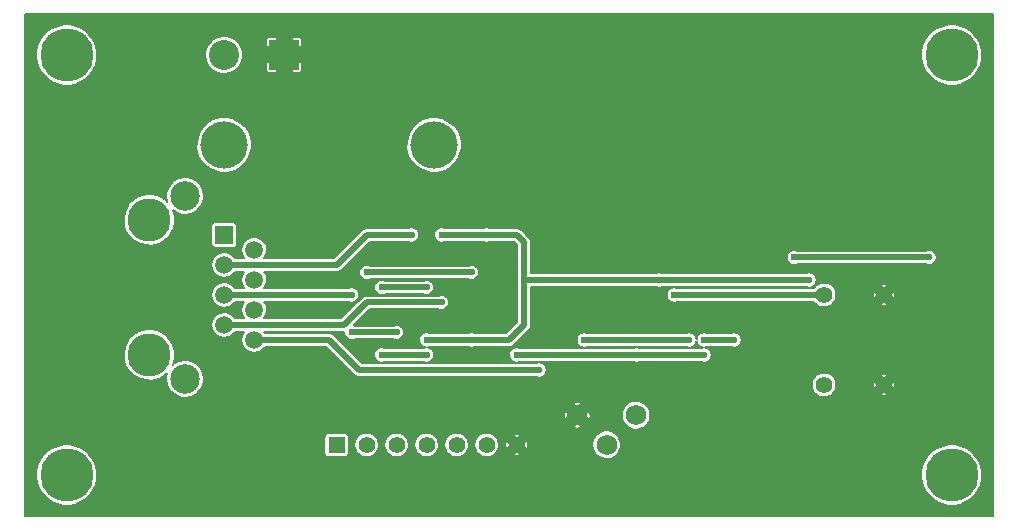
<source format=gbl>
G04 (created by PCBNEW (2013-may-18)-stable) date Thu 01 May 2014 09:39:32 PM CEST*
%MOIN*%
G04 Gerber Fmt 3.4, Leading zero omitted, Abs format*
%FSLAX34Y34*%
G01*
G70*
G90*
G04 APERTURE LIST*
%ADD10C,0.00590551*%
%ADD11C,0.0689*%
%ADD12C,0.055*%
%ADD13C,0.1437*%
%ADD14R,0.0591X0.0591*%
%ADD15C,0.0591*%
%ADD16C,0.0984252*%
%ADD17C,0.1575*%
%ADD18R,0.1X0.1*%
%ADD19C,0.1*%
%ADD20R,0.055X0.055*%
%ADD21C,0.177165*%
%ADD22C,0.023622*%
%ADD23C,0.019685*%
%ADD24C,0.00669291*%
G04 APERTURE END LIST*
G54D10*
G54D11*
X67234Y-31008D03*
X66250Y-31992D03*
X65266Y-31008D03*
G54D12*
X73500Y-27000D03*
X75500Y-27000D03*
X73500Y-30000D03*
X75500Y-30000D03*
G54D13*
X51000Y-29000D03*
X51000Y-24500D03*
G54D14*
X53500Y-25000D03*
G54D15*
X54500Y-25500D03*
X53500Y-26000D03*
X54500Y-26500D03*
X53500Y-27000D03*
X54500Y-27500D03*
X53500Y-28000D03*
X54500Y-28500D03*
G54D16*
X52200Y-23700D03*
X52200Y-29800D03*
G54D17*
X53500Y-22000D03*
X60500Y-22000D03*
G54D18*
X55500Y-19000D03*
G54D19*
X53500Y-19000D03*
G54D20*
X57250Y-32000D03*
G54D12*
X58250Y-32000D03*
X59250Y-32000D03*
X60250Y-32000D03*
X61250Y-32000D03*
X62250Y-32000D03*
X63250Y-32000D03*
G54D21*
X48250Y-19000D03*
X77750Y-19000D03*
X77750Y-33000D03*
X48250Y-33000D03*
G54D22*
X72500Y-25750D03*
X77000Y-25750D03*
X63250Y-29000D03*
X69500Y-29000D03*
X67250Y-29000D03*
X70500Y-28500D03*
X69500Y-28500D03*
X61750Y-26250D03*
X58250Y-26250D03*
X60250Y-26750D03*
X58750Y-29000D03*
X60250Y-29000D03*
X58750Y-26750D03*
X73000Y-26500D03*
X60250Y-28500D03*
X61750Y-28500D03*
X60750Y-25000D03*
X62250Y-25000D03*
X68000Y-26500D03*
X57750Y-28250D03*
X57750Y-27000D03*
X59250Y-28250D03*
X59750Y-25000D03*
X68500Y-27000D03*
X60750Y-27250D03*
X64000Y-29500D03*
X65500Y-28500D03*
X69000Y-28500D03*
G54D23*
X77000Y-25750D02*
X72500Y-25750D01*
X67250Y-29000D02*
X63250Y-29000D01*
X67250Y-29000D02*
X69500Y-29000D01*
X69500Y-28500D02*
X70500Y-28500D01*
X58250Y-26250D02*
X61750Y-26250D01*
X58750Y-26750D02*
X60250Y-26750D01*
X60250Y-29000D02*
X58750Y-29000D01*
X68000Y-26500D02*
X63750Y-26500D01*
X63750Y-26500D02*
X63500Y-26500D01*
X69500Y-26500D02*
X72500Y-26500D01*
X68500Y-26500D02*
X69500Y-26500D01*
X68000Y-26500D02*
X68500Y-26500D01*
X72750Y-26500D02*
X73000Y-26500D01*
X72500Y-26500D02*
X72750Y-26500D01*
X61750Y-28500D02*
X60250Y-28500D01*
X63500Y-26500D02*
X63500Y-25250D01*
X63000Y-25000D02*
X62250Y-25000D01*
X63250Y-25000D02*
X63500Y-25250D01*
X63000Y-25000D02*
X63250Y-25000D01*
X63500Y-28000D02*
X63500Y-26500D01*
X63500Y-28000D02*
X63000Y-28500D01*
X63000Y-28500D02*
X61750Y-28500D01*
X60750Y-25000D02*
X62250Y-25000D01*
X53500Y-27000D02*
X57750Y-27000D01*
X57750Y-28250D02*
X59250Y-28250D01*
X57250Y-26000D02*
X58250Y-25000D01*
X58250Y-25000D02*
X59750Y-25000D01*
X55750Y-26000D02*
X53500Y-26000D01*
X55750Y-26000D02*
X57250Y-26000D01*
X68500Y-27000D02*
X73500Y-27000D01*
X53500Y-28000D02*
X57000Y-28000D01*
X57500Y-28000D02*
X57000Y-28000D01*
X60750Y-27250D02*
X58250Y-27250D01*
X58250Y-27250D02*
X58000Y-27500D01*
X58000Y-27500D02*
X57500Y-28000D01*
X58000Y-29500D02*
X63000Y-29500D01*
X57000Y-28500D02*
X58000Y-29500D01*
X57000Y-28500D02*
X54500Y-28500D01*
X63000Y-29500D02*
X64000Y-29500D01*
X69000Y-28500D02*
X65500Y-28500D01*
G54D10*
G36*
X79129Y-34379D02*
X78769Y-34379D01*
X78769Y-32900D01*
X78769Y-18900D01*
X78730Y-18703D01*
X78654Y-18519D01*
X78543Y-18352D01*
X78402Y-18210D01*
X78237Y-18099D01*
X78052Y-18021D01*
X77857Y-17981D01*
X77657Y-17979D01*
X77460Y-18017D01*
X77275Y-18092D01*
X77108Y-18201D01*
X76965Y-18341D01*
X76852Y-18506D01*
X76773Y-18690D01*
X76732Y-18885D01*
X76729Y-19085D01*
X76765Y-19282D01*
X76839Y-19468D01*
X76947Y-19636D01*
X77086Y-19779D01*
X77250Y-19894D01*
X77433Y-19974D01*
X77628Y-20017D01*
X77828Y-20021D01*
X78025Y-19986D01*
X78211Y-19914D01*
X78380Y-19807D01*
X78525Y-19669D01*
X78640Y-19505D01*
X78721Y-19323D01*
X78766Y-19128D01*
X78769Y-18900D01*
X78769Y-32900D01*
X78730Y-32703D01*
X78654Y-32519D01*
X78543Y-32352D01*
X78402Y-32210D01*
X78237Y-32099D01*
X78052Y-32021D01*
X77857Y-31981D01*
X77657Y-31979D01*
X77460Y-32017D01*
X77275Y-32092D01*
X77251Y-32107D01*
X77251Y-25725D01*
X77242Y-25676D01*
X77223Y-25631D01*
X77195Y-25590D01*
X77161Y-25555D01*
X77120Y-25527D01*
X77074Y-25508D01*
X77026Y-25498D01*
X76977Y-25498D01*
X76928Y-25507D01*
X76902Y-25518D01*
X72597Y-25518D01*
X72574Y-25508D01*
X72526Y-25498D01*
X72477Y-25498D01*
X72428Y-25507D01*
X72382Y-25525D01*
X72341Y-25552D01*
X72306Y-25587D01*
X72278Y-25628D01*
X72259Y-25673D01*
X72248Y-25721D01*
X72248Y-25771D01*
X72257Y-25819D01*
X72275Y-25865D01*
X72301Y-25907D01*
X72336Y-25942D01*
X72376Y-25970D01*
X72421Y-25990D01*
X72470Y-26001D01*
X72519Y-26002D01*
X72567Y-25993D01*
X72597Y-25981D01*
X76902Y-25981D01*
X76921Y-25990D01*
X76970Y-26001D01*
X77019Y-26002D01*
X77067Y-25993D01*
X77113Y-25975D01*
X77155Y-25949D01*
X77191Y-25915D01*
X77219Y-25874D01*
X77239Y-25829D01*
X77250Y-25781D01*
X77251Y-25725D01*
X77251Y-32107D01*
X77108Y-32201D01*
X76965Y-32341D01*
X76852Y-32506D01*
X76773Y-32690D01*
X76732Y-32885D01*
X76729Y-33085D01*
X76765Y-33282D01*
X76839Y-33468D01*
X76947Y-33636D01*
X77086Y-33779D01*
X77250Y-33894D01*
X77433Y-33974D01*
X77628Y-34017D01*
X77828Y-34021D01*
X78025Y-33986D01*
X78211Y-33914D01*
X78380Y-33807D01*
X78525Y-33669D01*
X78640Y-33505D01*
X78721Y-33323D01*
X78766Y-33128D01*
X78769Y-32900D01*
X78769Y-34379D01*
X75876Y-34379D01*
X75876Y-30022D01*
X75876Y-27022D01*
X75873Y-26948D01*
X75864Y-26904D01*
X75826Y-26868D01*
X75694Y-27000D01*
X75826Y-27131D01*
X75864Y-27095D01*
X75876Y-27022D01*
X75876Y-30022D01*
X75873Y-29948D01*
X75864Y-29904D01*
X75826Y-29868D01*
X75694Y-30000D01*
X75826Y-30131D01*
X75864Y-30095D01*
X75876Y-30022D01*
X75876Y-34379D01*
X75631Y-34379D01*
X75631Y-30326D01*
X75631Y-29673D01*
X75631Y-27326D01*
X75631Y-26673D01*
X75595Y-26635D01*
X75522Y-26623D01*
X75448Y-26626D01*
X75404Y-26635D01*
X75368Y-26673D01*
X75500Y-26805D01*
X75631Y-26673D01*
X75631Y-27326D01*
X75500Y-27194D01*
X75368Y-27326D01*
X75404Y-27364D01*
X75477Y-27376D01*
X75551Y-27373D01*
X75595Y-27364D01*
X75631Y-27326D01*
X75631Y-29673D01*
X75595Y-29635D01*
X75522Y-29623D01*
X75448Y-29626D01*
X75404Y-29635D01*
X75368Y-29673D01*
X75500Y-29805D01*
X75631Y-29673D01*
X75631Y-30326D01*
X75500Y-30194D01*
X75368Y-30326D01*
X75404Y-30364D01*
X75477Y-30376D01*
X75551Y-30373D01*
X75595Y-30364D01*
X75631Y-30326D01*
X75631Y-34379D01*
X75305Y-34379D01*
X75305Y-30000D01*
X75305Y-27000D01*
X75173Y-26868D01*
X75135Y-26904D01*
X75123Y-26977D01*
X75126Y-27051D01*
X75135Y-27095D01*
X75173Y-27131D01*
X75305Y-27000D01*
X75305Y-30000D01*
X75173Y-29868D01*
X75135Y-29904D01*
X75123Y-29977D01*
X75126Y-30051D01*
X75135Y-30095D01*
X75173Y-30131D01*
X75305Y-30000D01*
X75305Y-34379D01*
X73908Y-34379D01*
X73908Y-29959D01*
X73908Y-26959D01*
X73892Y-26881D01*
X73862Y-26807D01*
X73818Y-26740D01*
X73761Y-26683D01*
X73695Y-26638D01*
X73621Y-26607D01*
X73542Y-26591D01*
X73462Y-26591D01*
X73384Y-26606D01*
X73309Y-26636D01*
X73251Y-26674D01*
X73251Y-26475D01*
X73242Y-26426D01*
X73223Y-26381D01*
X73195Y-26340D01*
X73161Y-26305D01*
X73120Y-26277D01*
X73074Y-26258D01*
X73026Y-26248D01*
X72977Y-26248D01*
X72928Y-26257D01*
X72902Y-26268D01*
X72750Y-26268D01*
X72500Y-26268D01*
X69500Y-26268D01*
X68500Y-26268D01*
X68097Y-26268D01*
X68074Y-26258D01*
X68026Y-26248D01*
X67977Y-26248D01*
X67928Y-26257D01*
X67902Y-26268D01*
X63750Y-26268D01*
X63731Y-26268D01*
X63731Y-25250D01*
X63729Y-25228D01*
X63727Y-25207D01*
X63727Y-25206D01*
X63727Y-25204D01*
X63721Y-25184D01*
X63715Y-25163D01*
X63714Y-25162D01*
X63714Y-25161D01*
X63704Y-25142D01*
X63694Y-25123D01*
X63693Y-25122D01*
X63693Y-25121D01*
X63679Y-25105D01*
X63666Y-25088D01*
X63664Y-25086D01*
X63664Y-25086D01*
X63664Y-25086D01*
X63663Y-25086D01*
X63413Y-24836D01*
X63397Y-24822D01*
X63381Y-24808D01*
X63379Y-24808D01*
X63378Y-24807D01*
X63360Y-24797D01*
X63341Y-24786D01*
X63340Y-24786D01*
X63339Y-24785D01*
X63318Y-24779D01*
X63298Y-24773D01*
X63297Y-24773D01*
X63295Y-24772D01*
X63274Y-24770D01*
X63253Y-24768D01*
X63250Y-24768D01*
X63250Y-24768D01*
X63250Y-24768D01*
X63250Y-24768D01*
X63000Y-24768D01*
X62347Y-24768D01*
X62324Y-24758D01*
X62276Y-24748D01*
X62227Y-24748D01*
X62178Y-24757D01*
X62152Y-24768D01*
X61421Y-24768D01*
X61421Y-21909D01*
X61385Y-21732D01*
X61317Y-21565D01*
X61217Y-21415D01*
X61089Y-21286D01*
X60940Y-21185D01*
X60773Y-21115D01*
X60596Y-21079D01*
X60416Y-21078D01*
X60238Y-21112D01*
X60071Y-21179D01*
X59920Y-21278D01*
X59791Y-21405D01*
X59689Y-21554D01*
X59617Y-21720D01*
X59580Y-21896D01*
X59577Y-22077D01*
X59610Y-22255D01*
X59676Y-22423D01*
X59774Y-22574D01*
X59900Y-22704D01*
X60048Y-22807D01*
X60214Y-22880D01*
X60390Y-22918D01*
X60570Y-22922D01*
X60748Y-22891D01*
X60917Y-22826D01*
X61069Y-22729D01*
X61200Y-22604D01*
X61304Y-22457D01*
X61378Y-22292D01*
X61418Y-22115D01*
X61421Y-21909D01*
X61421Y-24768D01*
X60847Y-24768D01*
X60824Y-24758D01*
X60776Y-24748D01*
X60727Y-24748D01*
X60678Y-24757D01*
X60632Y-24775D01*
X60591Y-24802D01*
X60556Y-24837D01*
X60528Y-24878D01*
X60509Y-24923D01*
X60498Y-24971D01*
X60498Y-25021D01*
X60507Y-25069D01*
X60525Y-25115D01*
X60551Y-25157D01*
X60586Y-25192D01*
X60626Y-25220D01*
X60671Y-25240D01*
X60720Y-25251D01*
X60769Y-25252D01*
X60817Y-25243D01*
X60847Y-25231D01*
X62152Y-25231D01*
X62171Y-25240D01*
X62220Y-25251D01*
X62269Y-25252D01*
X62317Y-25243D01*
X62347Y-25231D01*
X63000Y-25231D01*
X63153Y-25231D01*
X63268Y-25346D01*
X63268Y-26500D01*
X63268Y-27903D01*
X62903Y-28268D01*
X62001Y-28268D01*
X62001Y-26225D01*
X61992Y-26176D01*
X61973Y-26131D01*
X61945Y-26090D01*
X61911Y-26055D01*
X61870Y-26027D01*
X61824Y-26008D01*
X61776Y-25998D01*
X61727Y-25998D01*
X61678Y-26007D01*
X61652Y-26018D01*
X58347Y-26018D01*
X58324Y-26008D01*
X58276Y-25998D01*
X58227Y-25998D01*
X58178Y-26007D01*
X58132Y-26025D01*
X58091Y-26052D01*
X58056Y-26087D01*
X58028Y-26128D01*
X58009Y-26173D01*
X57998Y-26221D01*
X57998Y-26271D01*
X58007Y-26319D01*
X58025Y-26365D01*
X58051Y-26407D01*
X58086Y-26442D01*
X58126Y-26470D01*
X58171Y-26490D01*
X58220Y-26501D01*
X58269Y-26502D01*
X58317Y-26493D01*
X58347Y-26481D01*
X61652Y-26481D01*
X61671Y-26490D01*
X61720Y-26501D01*
X61769Y-26502D01*
X61817Y-26493D01*
X61863Y-26475D01*
X61905Y-26449D01*
X61941Y-26415D01*
X61969Y-26374D01*
X61989Y-26329D01*
X62000Y-26281D01*
X62001Y-26225D01*
X62001Y-28268D01*
X61847Y-28268D01*
X61824Y-28258D01*
X61776Y-28248D01*
X61727Y-28248D01*
X61678Y-28257D01*
X61652Y-28268D01*
X60347Y-28268D01*
X60324Y-28258D01*
X60276Y-28248D01*
X60227Y-28248D01*
X60178Y-28257D01*
X60132Y-28275D01*
X60091Y-28302D01*
X60056Y-28337D01*
X60028Y-28378D01*
X60009Y-28423D01*
X59998Y-28471D01*
X59998Y-28521D01*
X60007Y-28569D01*
X60025Y-28615D01*
X60051Y-28657D01*
X60086Y-28692D01*
X60126Y-28720D01*
X60171Y-28740D01*
X60216Y-28750D01*
X60178Y-28757D01*
X60152Y-28768D01*
X58847Y-28768D01*
X58824Y-28758D01*
X58776Y-28748D01*
X58727Y-28748D01*
X58678Y-28757D01*
X58632Y-28775D01*
X58591Y-28802D01*
X58556Y-28837D01*
X58528Y-28878D01*
X58509Y-28923D01*
X58498Y-28971D01*
X58498Y-29021D01*
X58507Y-29069D01*
X58525Y-29115D01*
X58551Y-29157D01*
X58586Y-29192D01*
X58626Y-29220D01*
X58671Y-29240D01*
X58720Y-29251D01*
X58769Y-29252D01*
X58817Y-29243D01*
X58847Y-29231D01*
X60152Y-29231D01*
X60171Y-29240D01*
X60220Y-29251D01*
X60269Y-29252D01*
X60317Y-29243D01*
X60363Y-29225D01*
X60405Y-29199D01*
X60441Y-29165D01*
X60469Y-29124D01*
X60489Y-29079D01*
X60500Y-29031D01*
X60501Y-28975D01*
X60492Y-28926D01*
X60473Y-28881D01*
X60445Y-28840D01*
X60411Y-28805D01*
X60370Y-28777D01*
X60324Y-28758D01*
X60282Y-28749D01*
X60317Y-28743D01*
X60347Y-28731D01*
X61652Y-28731D01*
X61671Y-28740D01*
X61720Y-28751D01*
X61769Y-28752D01*
X61817Y-28743D01*
X61847Y-28731D01*
X63000Y-28731D01*
X63021Y-28729D01*
X63042Y-28727D01*
X63043Y-28727D01*
X63045Y-28727D01*
X63065Y-28721D01*
X63086Y-28715D01*
X63087Y-28714D01*
X63088Y-28714D01*
X63107Y-28704D01*
X63126Y-28694D01*
X63127Y-28693D01*
X63128Y-28693D01*
X63144Y-28679D01*
X63161Y-28666D01*
X63163Y-28664D01*
X63163Y-28664D01*
X63163Y-28664D01*
X63163Y-28663D01*
X63663Y-28163D01*
X63677Y-28147D01*
X63691Y-28131D01*
X63691Y-28129D01*
X63692Y-28128D01*
X63702Y-28110D01*
X63713Y-28091D01*
X63713Y-28090D01*
X63714Y-28089D01*
X63720Y-28068D01*
X63726Y-28048D01*
X63726Y-28047D01*
X63727Y-28045D01*
X63729Y-28024D01*
X63731Y-28003D01*
X63731Y-28000D01*
X63731Y-28000D01*
X63731Y-28000D01*
X63731Y-28000D01*
X63731Y-26731D01*
X63750Y-26731D01*
X67902Y-26731D01*
X67921Y-26740D01*
X67970Y-26751D01*
X68019Y-26752D01*
X68067Y-26743D01*
X68097Y-26731D01*
X68500Y-26731D01*
X69500Y-26731D01*
X72500Y-26731D01*
X72750Y-26731D01*
X72902Y-26731D01*
X72921Y-26740D01*
X72970Y-26751D01*
X73019Y-26752D01*
X73067Y-26743D01*
X73113Y-26725D01*
X73155Y-26699D01*
X73191Y-26665D01*
X73219Y-26624D01*
X73239Y-26579D01*
X73250Y-26531D01*
X73251Y-26475D01*
X73251Y-26674D01*
X73242Y-26680D01*
X73185Y-26736D01*
X73163Y-26768D01*
X68597Y-26768D01*
X68574Y-26758D01*
X68526Y-26748D01*
X68477Y-26748D01*
X68428Y-26757D01*
X68382Y-26775D01*
X68341Y-26802D01*
X68306Y-26837D01*
X68278Y-26878D01*
X68259Y-26923D01*
X68248Y-26971D01*
X68248Y-27021D01*
X68257Y-27069D01*
X68275Y-27115D01*
X68301Y-27157D01*
X68336Y-27192D01*
X68376Y-27220D01*
X68421Y-27240D01*
X68470Y-27251D01*
X68519Y-27252D01*
X68567Y-27243D01*
X68597Y-27231D01*
X73163Y-27231D01*
X73178Y-27254D01*
X73233Y-27312D01*
X73299Y-27358D01*
X73373Y-27390D01*
X73451Y-27407D01*
X73531Y-27409D01*
X73610Y-27395D01*
X73685Y-27366D01*
X73752Y-27323D01*
X73810Y-27268D01*
X73856Y-27202D01*
X73889Y-27129D01*
X73907Y-27051D01*
X73908Y-26959D01*
X73908Y-29959D01*
X73892Y-29881D01*
X73862Y-29807D01*
X73818Y-29740D01*
X73761Y-29683D01*
X73695Y-29638D01*
X73621Y-29607D01*
X73542Y-29591D01*
X73462Y-29591D01*
X73384Y-29606D01*
X73309Y-29636D01*
X73242Y-29680D01*
X73185Y-29736D01*
X73140Y-29802D01*
X73108Y-29875D01*
X73092Y-29954D01*
X73090Y-30034D01*
X73105Y-30113D01*
X73134Y-30187D01*
X73178Y-30254D01*
X73233Y-30312D01*
X73299Y-30358D01*
X73373Y-30390D01*
X73451Y-30407D01*
X73531Y-30409D01*
X73610Y-30395D01*
X73685Y-30366D01*
X73752Y-30323D01*
X73810Y-30268D01*
X73856Y-30202D01*
X73889Y-30129D01*
X73907Y-30051D01*
X73908Y-29959D01*
X73908Y-34379D01*
X70751Y-34379D01*
X70751Y-28475D01*
X70742Y-28426D01*
X70723Y-28381D01*
X70695Y-28340D01*
X70661Y-28305D01*
X70620Y-28277D01*
X70574Y-28258D01*
X70526Y-28248D01*
X70477Y-28248D01*
X70428Y-28257D01*
X70402Y-28268D01*
X69597Y-28268D01*
X69574Y-28258D01*
X69526Y-28248D01*
X69477Y-28248D01*
X69428Y-28257D01*
X69382Y-28275D01*
X69341Y-28302D01*
X69306Y-28337D01*
X69278Y-28378D01*
X69259Y-28423D01*
X69249Y-28466D01*
X69242Y-28426D01*
X69223Y-28381D01*
X69195Y-28340D01*
X69161Y-28305D01*
X69120Y-28277D01*
X69074Y-28258D01*
X69026Y-28248D01*
X68977Y-28248D01*
X68928Y-28257D01*
X68902Y-28268D01*
X65597Y-28268D01*
X65574Y-28258D01*
X65526Y-28248D01*
X65477Y-28248D01*
X65428Y-28257D01*
X65382Y-28275D01*
X65341Y-28302D01*
X65306Y-28337D01*
X65278Y-28378D01*
X65259Y-28423D01*
X65248Y-28471D01*
X65248Y-28521D01*
X65257Y-28569D01*
X65275Y-28615D01*
X65301Y-28657D01*
X65336Y-28692D01*
X65376Y-28720D01*
X65421Y-28740D01*
X65470Y-28751D01*
X65519Y-28752D01*
X65567Y-28743D01*
X65597Y-28731D01*
X68902Y-28731D01*
X68921Y-28740D01*
X68970Y-28751D01*
X69019Y-28752D01*
X69067Y-28743D01*
X69113Y-28725D01*
X69155Y-28699D01*
X69191Y-28665D01*
X69219Y-28624D01*
X69239Y-28579D01*
X69250Y-28533D01*
X69257Y-28569D01*
X69275Y-28615D01*
X69301Y-28657D01*
X69336Y-28692D01*
X69376Y-28720D01*
X69421Y-28740D01*
X69466Y-28750D01*
X69428Y-28757D01*
X69402Y-28768D01*
X67347Y-28768D01*
X67324Y-28758D01*
X67276Y-28748D01*
X67227Y-28748D01*
X67178Y-28757D01*
X67152Y-28768D01*
X63347Y-28768D01*
X63324Y-28758D01*
X63276Y-28748D01*
X63227Y-28748D01*
X63178Y-28757D01*
X63132Y-28775D01*
X63091Y-28802D01*
X63056Y-28837D01*
X63028Y-28878D01*
X63009Y-28923D01*
X62998Y-28971D01*
X62998Y-29021D01*
X63007Y-29069D01*
X63025Y-29115D01*
X63051Y-29157D01*
X63086Y-29192D01*
X63126Y-29220D01*
X63171Y-29240D01*
X63220Y-29251D01*
X63269Y-29252D01*
X63317Y-29243D01*
X63347Y-29231D01*
X67152Y-29231D01*
X67171Y-29240D01*
X67220Y-29251D01*
X67269Y-29252D01*
X67317Y-29243D01*
X67347Y-29231D01*
X69402Y-29231D01*
X69421Y-29240D01*
X69470Y-29251D01*
X69519Y-29252D01*
X69567Y-29243D01*
X69613Y-29225D01*
X69655Y-29199D01*
X69691Y-29165D01*
X69719Y-29124D01*
X69739Y-29079D01*
X69750Y-29031D01*
X69751Y-28975D01*
X69742Y-28926D01*
X69723Y-28881D01*
X69695Y-28840D01*
X69661Y-28805D01*
X69620Y-28777D01*
X69574Y-28758D01*
X69532Y-28749D01*
X69567Y-28743D01*
X69597Y-28731D01*
X70402Y-28731D01*
X70421Y-28740D01*
X70470Y-28751D01*
X70519Y-28752D01*
X70567Y-28743D01*
X70613Y-28725D01*
X70655Y-28699D01*
X70691Y-28665D01*
X70719Y-28624D01*
X70739Y-28579D01*
X70750Y-28531D01*
X70751Y-28475D01*
X70751Y-34379D01*
X67711Y-34379D01*
X67711Y-30961D01*
X67693Y-30869D01*
X67658Y-30782D01*
X67606Y-30704D01*
X67540Y-30637D01*
X67462Y-30585D01*
X67376Y-30549D01*
X67284Y-30530D01*
X67190Y-30529D01*
X67098Y-30547D01*
X67011Y-30582D01*
X66933Y-30633D01*
X66866Y-30699D01*
X66813Y-30776D01*
X66776Y-30862D01*
X66756Y-30954D01*
X66755Y-31048D01*
X66772Y-31140D01*
X66806Y-31227D01*
X66857Y-31306D01*
X66922Y-31373D01*
X66999Y-31427D01*
X67085Y-31464D01*
X67177Y-31484D01*
X67270Y-31486D01*
X67363Y-31470D01*
X67450Y-31436D01*
X67529Y-31386D01*
X67597Y-31321D01*
X67651Y-31245D01*
X67689Y-31159D01*
X67710Y-31068D01*
X67711Y-30961D01*
X67711Y-34379D01*
X66727Y-34379D01*
X66727Y-31945D01*
X66709Y-31853D01*
X66674Y-31766D01*
X66622Y-31688D01*
X66556Y-31621D01*
X66478Y-31569D01*
X66392Y-31533D01*
X66300Y-31514D01*
X66206Y-31513D01*
X66114Y-31531D01*
X66027Y-31566D01*
X65949Y-31617D01*
X65882Y-31683D01*
X65829Y-31760D01*
X65792Y-31846D01*
X65772Y-31938D01*
X65771Y-32032D01*
X65788Y-32124D01*
X65822Y-32211D01*
X65873Y-32290D01*
X65938Y-32357D01*
X66015Y-32411D01*
X66101Y-32448D01*
X66193Y-32468D01*
X66286Y-32470D01*
X66379Y-32454D01*
X66466Y-32420D01*
X66545Y-32370D01*
X66613Y-32305D01*
X66667Y-32229D01*
X66705Y-32143D01*
X66726Y-32052D01*
X66727Y-31945D01*
X66727Y-34379D01*
X65712Y-34379D01*
X65712Y-31024D01*
X65707Y-30937D01*
X65700Y-30904D01*
X65660Y-30857D01*
X65509Y-31008D01*
X65660Y-31158D01*
X65700Y-31111D01*
X65712Y-31024D01*
X65712Y-34379D01*
X65416Y-34379D01*
X65416Y-31402D01*
X65416Y-30613D01*
X65369Y-30573D01*
X65282Y-30561D01*
X65195Y-30566D01*
X65162Y-30573D01*
X65115Y-30613D01*
X65266Y-30764D01*
X65416Y-30613D01*
X65416Y-31402D01*
X65266Y-31251D01*
X65115Y-31402D01*
X65162Y-31442D01*
X65249Y-31454D01*
X65336Y-31449D01*
X65369Y-31442D01*
X65416Y-31402D01*
X65416Y-34379D01*
X65022Y-34379D01*
X65022Y-31008D01*
X64871Y-30857D01*
X64831Y-30904D01*
X64819Y-30991D01*
X64824Y-31078D01*
X64831Y-31111D01*
X64871Y-31158D01*
X65022Y-31008D01*
X65022Y-34379D01*
X64251Y-34379D01*
X64251Y-29475D01*
X64242Y-29426D01*
X64223Y-29381D01*
X64195Y-29340D01*
X64161Y-29305D01*
X64120Y-29277D01*
X64074Y-29258D01*
X64026Y-29248D01*
X63977Y-29248D01*
X63928Y-29257D01*
X63902Y-29268D01*
X63000Y-29268D01*
X58096Y-29268D01*
X57163Y-28336D01*
X57147Y-28322D01*
X57131Y-28308D01*
X57129Y-28308D01*
X57128Y-28307D01*
X57110Y-28297D01*
X57091Y-28286D01*
X57090Y-28286D01*
X57089Y-28285D01*
X57068Y-28279D01*
X57048Y-28273D01*
X57047Y-28273D01*
X57045Y-28272D01*
X57024Y-28270D01*
X57003Y-28268D01*
X57000Y-28268D01*
X57000Y-28268D01*
X57000Y-28268D01*
X57000Y-28268D01*
X54860Y-28268D01*
X54836Y-28231D01*
X57000Y-28231D01*
X57498Y-28231D01*
X57498Y-28271D01*
X57507Y-28319D01*
X57525Y-28365D01*
X57551Y-28407D01*
X57586Y-28442D01*
X57626Y-28470D01*
X57671Y-28490D01*
X57720Y-28501D01*
X57769Y-28502D01*
X57817Y-28493D01*
X57847Y-28481D01*
X59152Y-28481D01*
X59171Y-28490D01*
X59220Y-28501D01*
X59269Y-28502D01*
X59317Y-28493D01*
X59363Y-28475D01*
X59405Y-28449D01*
X59441Y-28415D01*
X59469Y-28374D01*
X59489Y-28329D01*
X59500Y-28281D01*
X59501Y-28225D01*
X59492Y-28176D01*
X59473Y-28131D01*
X59445Y-28090D01*
X59411Y-28055D01*
X59370Y-28027D01*
X59324Y-28008D01*
X59276Y-27998D01*
X59227Y-27998D01*
X59178Y-28007D01*
X59152Y-28018D01*
X57847Y-28018D01*
X57824Y-28008D01*
X57820Y-28007D01*
X58163Y-27663D01*
X58346Y-27481D01*
X60652Y-27481D01*
X60671Y-27490D01*
X60720Y-27501D01*
X60769Y-27502D01*
X60817Y-27493D01*
X60863Y-27475D01*
X60905Y-27449D01*
X60941Y-27415D01*
X60969Y-27374D01*
X60989Y-27329D01*
X61000Y-27281D01*
X61001Y-27225D01*
X60992Y-27176D01*
X60973Y-27131D01*
X60945Y-27090D01*
X60911Y-27055D01*
X60870Y-27027D01*
X60824Y-27008D01*
X60776Y-26998D01*
X60727Y-26998D01*
X60678Y-27007D01*
X60652Y-27018D01*
X60501Y-27018D01*
X60501Y-26725D01*
X60492Y-26676D01*
X60473Y-26631D01*
X60445Y-26590D01*
X60411Y-26555D01*
X60370Y-26527D01*
X60324Y-26508D01*
X60276Y-26498D01*
X60227Y-26498D01*
X60178Y-26507D01*
X60152Y-26518D01*
X58847Y-26518D01*
X58824Y-26508D01*
X58776Y-26498D01*
X58727Y-26498D01*
X58678Y-26507D01*
X58632Y-26525D01*
X58591Y-26552D01*
X58556Y-26587D01*
X58528Y-26628D01*
X58509Y-26673D01*
X58498Y-26721D01*
X58498Y-26771D01*
X58507Y-26819D01*
X58525Y-26865D01*
X58551Y-26907D01*
X58586Y-26942D01*
X58626Y-26970D01*
X58671Y-26990D01*
X58720Y-27001D01*
X58769Y-27002D01*
X58817Y-26993D01*
X58847Y-26981D01*
X60152Y-26981D01*
X60171Y-26990D01*
X60220Y-27001D01*
X60269Y-27002D01*
X60317Y-26993D01*
X60363Y-26975D01*
X60405Y-26949D01*
X60441Y-26915D01*
X60469Y-26874D01*
X60489Y-26829D01*
X60500Y-26781D01*
X60501Y-26725D01*
X60501Y-27018D01*
X58250Y-27018D01*
X58228Y-27020D01*
X58207Y-27022D01*
X58206Y-27022D01*
X58204Y-27022D01*
X58184Y-27028D01*
X58163Y-27034D01*
X58162Y-27035D01*
X58161Y-27035D01*
X58142Y-27045D01*
X58123Y-27055D01*
X58122Y-27056D01*
X58121Y-27056D01*
X58105Y-27070D01*
X58088Y-27083D01*
X58086Y-27085D01*
X58086Y-27085D01*
X58086Y-27085D01*
X58086Y-27086D01*
X57836Y-27336D01*
X57403Y-27768D01*
X57000Y-27768D01*
X54835Y-27768D01*
X54874Y-27712D01*
X54909Y-27636D01*
X54927Y-27554D01*
X54928Y-27457D01*
X54912Y-27375D01*
X54880Y-27297D01*
X54836Y-27231D01*
X57652Y-27231D01*
X57671Y-27240D01*
X57720Y-27251D01*
X57769Y-27252D01*
X57817Y-27243D01*
X57863Y-27225D01*
X57905Y-27199D01*
X57941Y-27165D01*
X57969Y-27124D01*
X57989Y-27079D01*
X58000Y-27031D01*
X58001Y-26975D01*
X57992Y-26926D01*
X57973Y-26881D01*
X57945Y-26840D01*
X57911Y-26805D01*
X57870Y-26777D01*
X57824Y-26758D01*
X57776Y-26748D01*
X57727Y-26748D01*
X57678Y-26757D01*
X57652Y-26768D01*
X54835Y-26768D01*
X54874Y-26712D01*
X54909Y-26636D01*
X54927Y-26554D01*
X54928Y-26457D01*
X54912Y-26375D01*
X54880Y-26297D01*
X54836Y-26231D01*
X55750Y-26231D01*
X57250Y-26231D01*
X57271Y-26229D01*
X57292Y-26227D01*
X57293Y-26227D01*
X57295Y-26227D01*
X57315Y-26221D01*
X57336Y-26215D01*
X57337Y-26214D01*
X57338Y-26214D01*
X57357Y-26204D01*
X57376Y-26194D01*
X57377Y-26193D01*
X57378Y-26193D01*
X57394Y-26179D01*
X57411Y-26166D01*
X57413Y-26164D01*
X57413Y-26164D01*
X57413Y-26164D01*
X57413Y-26163D01*
X58346Y-25231D01*
X59652Y-25231D01*
X59671Y-25240D01*
X59720Y-25251D01*
X59769Y-25252D01*
X59817Y-25243D01*
X59863Y-25225D01*
X59905Y-25199D01*
X59941Y-25165D01*
X59969Y-25124D01*
X59989Y-25079D01*
X60000Y-25031D01*
X60001Y-24975D01*
X59992Y-24926D01*
X59973Y-24881D01*
X59945Y-24840D01*
X59911Y-24805D01*
X59870Y-24777D01*
X59824Y-24758D01*
X59776Y-24748D01*
X59727Y-24748D01*
X59678Y-24757D01*
X59652Y-24768D01*
X58250Y-24768D01*
X58228Y-24770D01*
X58207Y-24772D01*
X58206Y-24772D01*
X58204Y-24772D01*
X58184Y-24778D01*
X58163Y-24784D01*
X58162Y-24785D01*
X58161Y-24785D01*
X58142Y-24795D01*
X58123Y-24805D01*
X58122Y-24806D01*
X58121Y-24806D01*
X58105Y-24820D01*
X58088Y-24833D01*
X58086Y-24835D01*
X58086Y-24835D01*
X58086Y-24835D01*
X58086Y-24836D01*
X57153Y-25768D01*
X56100Y-25768D01*
X56100Y-19490D01*
X56100Y-18509D01*
X56100Y-18489D01*
X56096Y-18470D01*
X56088Y-18452D01*
X56077Y-18435D01*
X56063Y-18421D01*
X56047Y-18410D01*
X56029Y-18403D01*
X56009Y-18399D01*
X55775Y-18399D01*
X55750Y-18424D01*
X55750Y-18750D01*
X56075Y-18750D01*
X56100Y-18724D01*
X56100Y-18509D01*
X56100Y-19490D01*
X56100Y-19275D01*
X56075Y-19250D01*
X55750Y-19250D01*
X55750Y-19575D01*
X55775Y-19600D01*
X56009Y-19600D01*
X56029Y-19596D01*
X56047Y-19589D01*
X56063Y-19578D01*
X56077Y-19564D01*
X56088Y-19547D01*
X56096Y-19529D01*
X56100Y-19510D01*
X56100Y-19490D01*
X56100Y-25768D01*
X55750Y-25768D01*
X55250Y-25768D01*
X55250Y-19575D01*
X55250Y-19250D01*
X55250Y-18750D01*
X55250Y-18424D01*
X55224Y-18399D01*
X54990Y-18399D01*
X54970Y-18403D01*
X54952Y-18410D01*
X54936Y-18421D01*
X54922Y-18435D01*
X54911Y-18452D01*
X54903Y-18470D01*
X54899Y-18489D01*
X54899Y-18509D01*
X54899Y-18724D01*
X54924Y-18750D01*
X55250Y-18750D01*
X55250Y-19250D01*
X54924Y-19250D01*
X54899Y-19275D01*
X54899Y-19490D01*
X54899Y-19510D01*
X54903Y-19529D01*
X54911Y-19547D01*
X54922Y-19564D01*
X54936Y-19578D01*
X54952Y-19589D01*
X54970Y-19596D01*
X54990Y-19600D01*
X55224Y-19600D01*
X55250Y-19575D01*
X55250Y-25768D01*
X54835Y-25768D01*
X54874Y-25712D01*
X54909Y-25636D01*
X54927Y-25554D01*
X54928Y-25457D01*
X54912Y-25375D01*
X54880Y-25297D01*
X54834Y-25227D01*
X54774Y-25167D01*
X54705Y-25120D01*
X54627Y-25088D01*
X54545Y-25071D01*
X54460Y-25070D01*
X54421Y-25078D01*
X54421Y-21909D01*
X54385Y-21732D01*
X54317Y-21565D01*
X54217Y-21415D01*
X54133Y-21330D01*
X54133Y-18937D01*
X54109Y-18816D01*
X54062Y-18701D01*
X53993Y-18597D01*
X53905Y-18509D01*
X53802Y-18440D01*
X53688Y-18391D01*
X53566Y-18366D01*
X53442Y-18366D01*
X53320Y-18389D01*
X53205Y-18435D01*
X53101Y-18503D01*
X53012Y-18590D01*
X52942Y-18693D01*
X52893Y-18807D01*
X52867Y-18929D01*
X52865Y-19053D01*
X52888Y-19175D01*
X52933Y-19290D01*
X53001Y-19395D01*
X53087Y-19484D01*
X53189Y-19555D01*
X53303Y-19605D01*
X53424Y-19632D01*
X53548Y-19634D01*
X53671Y-19613D01*
X53786Y-19568D01*
X53891Y-19501D01*
X53981Y-19415D01*
X54053Y-19314D01*
X54103Y-19200D01*
X54131Y-19079D01*
X54133Y-18937D01*
X54133Y-21330D01*
X54089Y-21286D01*
X53940Y-21185D01*
X53773Y-21115D01*
X53596Y-21079D01*
X53416Y-21078D01*
X53238Y-21112D01*
X53071Y-21179D01*
X52920Y-21278D01*
X52791Y-21405D01*
X52689Y-21554D01*
X52617Y-21720D01*
X52580Y-21896D01*
X52577Y-22077D01*
X52610Y-22255D01*
X52676Y-22423D01*
X52774Y-22574D01*
X52900Y-22704D01*
X53048Y-22807D01*
X53214Y-22880D01*
X53390Y-22918D01*
X53570Y-22922D01*
X53748Y-22891D01*
X53917Y-22826D01*
X54069Y-22729D01*
X54200Y-22604D01*
X54304Y-22457D01*
X54378Y-22292D01*
X54418Y-22115D01*
X54421Y-21909D01*
X54421Y-25078D01*
X54378Y-25086D01*
X54300Y-25118D01*
X54229Y-25164D01*
X54169Y-25222D01*
X54122Y-25292D01*
X54089Y-25369D01*
X54071Y-25451D01*
X54070Y-25536D01*
X54085Y-25618D01*
X54116Y-25697D01*
X54162Y-25767D01*
X54162Y-25768D01*
X53929Y-25768D01*
X53929Y-25283D01*
X53928Y-24691D01*
X53923Y-24665D01*
X53913Y-24641D01*
X53899Y-24619D01*
X53880Y-24601D01*
X53859Y-24586D01*
X53835Y-24576D01*
X53809Y-24571D01*
X53783Y-24570D01*
X53191Y-24571D01*
X53165Y-24576D01*
X53141Y-24586D01*
X53119Y-24600D01*
X53101Y-24619D01*
X53086Y-24640D01*
X53076Y-24664D01*
X53071Y-24690D01*
X53070Y-24716D01*
X53071Y-25308D01*
X53076Y-25334D01*
X53086Y-25358D01*
X53100Y-25380D01*
X53119Y-25398D01*
X53140Y-25413D01*
X53164Y-25423D01*
X53190Y-25428D01*
X53216Y-25429D01*
X53808Y-25428D01*
X53834Y-25423D01*
X53858Y-25413D01*
X53880Y-25399D01*
X53898Y-25380D01*
X53913Y-25359D01*
X53923Y-25335D01*
X53928Y-25309D01*
X53929Y-25283D01*
X53929Y-25768D01*
X53860Y-25768D01*
X53834Y-25727D01*
X53774Y-25667D01*
X53705Y-25620D01*
X53627Y-25588D01*
X53545Y-25571D01*
X53460Y-25570D01*
X53378Y-25586D01*
X53300Y-25618D01*
X53229Y-25664D01*
X53169Y-25722D01*
X53122Y-25792D01*
X53089Y-25869D01*
X53071Y-25951D01*
X53070Y-26036D01*
X53085Y-26118D01*
X53116Y-26197D01*
X53162Y-26267D01*
X53220Y-26328D01*
X53289Y-26376D01*
X53366Y-26409D01*
X53448Y-26428D01*
X53533Y-26429D01*
X53615Y-26415D01*
X53694Y-26384D01*
X53765Y-26339D01*
X53826Y-26281D01*
X53861Y-26231D01*
X54163Y-26231D01*
X54122Y-26292D01*
X54089Y-26369D01*
X54071Y-26451D01*
X54070Y-26536D01*
X54085Y-26618D01*
X54116Y-26697D01*
X54162Y-26767D01*
X54162Y-26768D01*
X53860Y-26768D01*
X53834Y-26727D01*
X53774Y-26667D01*
X53705Y-26620D01*
X53627Y-26588D01*
X53545Y-26571D01*
X53460Y-26570D01*
X53378Y-26586D01*
X53300Y-26618D01*
X53229Y-26664D01*
X53169Y-26722D01*
X53122Y-26792D01*
X53089Y-26869D01*
X53071Y-26951D01*
X53070Y-27036D01*
X53085Y-27118D01*
X53116Y-27197D01*
X53162Y-27267D01*
X53220Y-27328D01*
X53289Y-27376D01*
X53366Y-27409D01*
X53448Y-27428D01*
X53533Y-27429D01*
X53615Y-27415D01*
X53694Y-27384D01*
X53765Y-27339D01*
X53826Y-27281D01*
X53861Y-27231D01*
X54163Y-27231D01*
X54122Y-27292D01*
X54089Y-27369D01*
X54071Y-27451D01*
X54070Y-27536D01*
X54085Y-27618D01*
X54116Y-27697D01*
X54162Y-27767D01*
X54162Y-27768D01*
X53860Y-27768D01*
X53834Y-27727D01*
X53774Y-27667D01*
X53705Y-27620D01*
X53627Y-27588D01*
X53545Y-27571D01*
X53460Y-27570D01*
X53378Y-27586D01*
X53300Y-27618D01*
X53229Y-27664D01*
X53169Y-27722D01*
X53122Y-27792D01*
X53089Y-27869D01*
X53071Y-27951D01*
X53070Y-28036D01*
X53085Y-28118D01*
X53116Y-28197D01*
X53162Y-28267D01*
X53220Y-28328D01*
X53289Y-28376D01*
X53366Y-28409D01*
X53448Y-28428D01*
X53533Y-28429D01*
X53615Y-28415D01*
X53694Y-28384D01*
X53765Y-28339D01*
X53826Y-28281D01*
X53861Y-28231D01*
X54163Y-28231D01*
X54122Y-28292D01*
X54089Y-28369D01*
X54071Y-28451D01*
X54070Y-28536D01*
X54085Y-28618D01*
X54116Y-28697D01*
X54162Y-28767D01*
X54220Y-28828D01*
X54289Y-28876D01*
X54366Y-28909D01*
X54448Y-28928D01*
X54533Y-28929D01*
X54615Y-28915D01*
X54694Y-28884D01*
X54765Y-28839D01*
X54826Y-28781D01*
X54861Y-28731D01*
X56903Y-28731D01*
X57836Y-29663D01*
X57852Y-29677D01*
X57868Y-29691D01*
X57870Y-29691D01*
X57871Y-29692D01*
X57889Y-29702D01*
X57908Y-29713D01*
X57909Y-29713D01*
X57910Y-29714D01*
X57931Y-29720D01*
X57951Y-29726D01*
X57952Y-29726D01*
X57954Y-29727D01*
X57975Y-29729D01*
X57996Y-29731D01*
X57999Y-29731D01*
X57999Y-29731D01*
X57999Y-29731D01*
X58000Y-29731D01*
X63000Y-29731D01*
X63902Y-29731D01*
X63921Y-29740D01*
X63970Y-29751D01*
X64019Y-29752D01*
X64067Y-29743D01*
X64113Y-29725D01*
X64155Y-29699D01*
X64191Y-29665D01*
X64219Y-29624D01*
X64239Y-29579D01*
X64250Y-29531D01*
X64251Y-29475D01*
X64251Y-34379D01*
X63626Y-34379D01*
X63626Y-32022D01*
X63623Y-31948D01*
X63614Y-31904D01*
X63576Y-31868D01*
X63444Y-32000D01*
X63576Y-32131D01*
X63614Y-32095D01*
X63626Y-32022D01*
X63626Y-34379D01*
X63381Y-34379D01*
X63381Y-32326D01*
X63381Y-31673D01*
X63345Y-31635D01*
X63272Y-31623D01*
X63198Y-31626D01*
X63154Y-31635D01*
X63118Y-31673D01*
X63250Y-31805D01*
X63381Y-31673D01*
X63381Y-32326D01*
X63250Y-32194D01*
X63118Y-32326D01*
X63154Y-32364D01*
X63227Y-32376D01*
X63301Y-32373D01*
X63345Y-32364D01*
X63381Y-32326D01*
X63381Y-34379D01*
X63055Y-34379D01*
X63055Y-32000D01*
X62923Y-31868D01*
X62885Y-31904D01*
X62873Y-31977D01*
X62876Y-32051D01*
X62885Y-32095D01*
X62923Y-32131D01*
X63055Y-32000D01*
X63055Y-34379D01*
X62658Y-34379D01*
X62658Y-31959D01*
X62642Y-31881D01*
X62612Y-31807D01*
X62568Y-31740D01*
X62511Y-31683D01*
X62445Y-31638D01*
X62371Y-31607D01*
X62292Y-31591D01*
X62212Y-31591D01*
X62134Y-31606D01*
X62059Y-31636D01*
X61992Y-31680D01*
X61935Y-31736D01*
X61890Y-31802D01*
X61858Y-31875D01*
X61842Y-31954D01*
X61840Y-32034D01*
X61855Y-32113D01*
X61884Y-32187D01*
X61928Y-32254D01*
X61983Y-32312D01*
X62049Y-32358D01*
X62123Y-32390D01*
X62201Y-32407D01*
X62281Y-32409D01*
X62360Y-32395D01*
X62435Y-32366D01*
X62502Y-32323D01*
X62560Y-32268D01*
X62606Y-32202D01*
X62639Y-32129D01*
X62657Y-32051D01*
X62658Y-31959D01*
X62658Y-34379D01*
X61658Y-34379D01*
X61658Y-31959D01*
X61642Y-31881D01*
X61612Y-31807D01*
X61568Y-31740D01*
X61511Y-31683D01*
X61445Y-31638D01*
X61371Y-31607D01*
X61292Y-31591D01*
X61212Y-31591D01*
X61134Y-31606D01*
X61059Y-31636D01*
X60992Y-31680D01*
X60935Y-31736D01*
X60890Y-31802D01*
X60858Y-31875D01*
X60842Y-31954D01*
X60840Y-32034D01*
X60855Y-32113D01*
X60884Y-32187D01*
X60928Y-32254D01*
X60983Y-32312D01*
X61049Y-32358D01*
X61123Y-32390D01*
X61201Y-32407D01*
X61281Y-32409D01*
X61360Y-32395D01*
X61435Y-32366D01*
X61502Y-32323D01*
X61560Y-32268D01*
X61606Y-32202D01*
X61639Y-32129D01*
X61657Y-32051D01*
X61658Y-31959D01*
X61658Y-34379D01*
X60658Y-34379D01*
X60658Y-31959D01*
X60642Y-31881D01*
X60612Y-31807D01*
X60568Y-31740D01*
X60511Y-31683D01*
X60445Y-31638D01*
X60371Y-31607D01*
X60292Y-31591D01*
X60212Y-31591D01*
X60134Y-31606D01*
X60059Y-31636D01*
X59992Y-31680D01*
X59935Y-31736D01*
X59890Y-31802D01*
X59858Y-31875D01*
X59842Y-31954D01*
X59840Y-32034D01*
X59855Y-32113D01*
X59884Y-32187D01*
X59928Y-32254D01*
X59983Y-32312D01*
X60049Y-32358D01*
X60123Y-32390D01*
X60201Y-32407D01*
X60281Y-32409D01*
X60360Y-32395D01*
X60435Y-32366D01*
X60502Y-32323D01*
X60560Y-32268D01*
X60606Y-32202D01*
X60639Y-32129D01*
X60657Y-32051D01*
X60658Y-31959D01*
X60658Y-34379D01*
X59658Y-34379D01*
X59658Y-31959D01*
X59642Y-31881D01*
X59612Y-31807D01*
X59568Y-31740D01*
X59511Y-31683D01*
X59445Y-31638D01*
X59371Y-31607D01*
X59292Y-31591D01*
X59212Y-31591D01*
X59134Y-31606D01*
X59059Y-31636D01*
X58992Y-31680D01*
X58935Y-31736D01*
X58890Y-31802D01*
X58858Y-31875D01*
X58842Y-31954D01*
X58840Y-32034D01*
X58855Y-32113D01*
X58884Y-32187D01*
X58928Y-32254D01*
X58983Y-32312D01*
X59049Y-32358D01*
X59123Y-32390D01*
X59201Y-32407D01*
X59281Y-32409D01*
X59360Y-32395D01*
X59435Y-32366D01*
X59502Y-32323D01*
X59560Y-32268D01*
X59606Y-32202D01*
X59639Y-32129D01*
X59657Y-32051D01*
X59658Y-31959D01*
X59658Y-34379D01*
X58658Y-34379D01*
X58658Y-31959D01*
X58642Y-31881D01*
X58612Y-31807D01*
X58568Y-31740D01*
X58511Y-31683D01*
X58445Y-31638D01*
X58371Y-31607D01*
X58292Y-31591D01*
X58212Y-31591D01*
X58134Y-31606D01*
X58059Y-31636D01*
X57992Y-31680D01*
X57935Y-31736D01*
X57890Y-31802D01*
X57858Y-31875D01*
X57842Y-31954D01*
X57840Y-32034D01*
X57855Y-32113D01*
X57884Y-32187D01*
X57928Y-32254D01*
X57983Y-32312D01*
X58049Y-32358D01*
X58123Y-32390D01*
X58201Y-32407D01*
X58281Y-32409D01*
X58360Y-32395D01*
X58435Y-32366D01*
X58502Y-32323D01*
X58560Y-32268D01*
X58606Y-32202D01*
X58639Y-32129D01*
X58657Y-32051D01*
X58658Y-31959D01*
X58658Y-34379D01*
X57658Y-34379D01*
X57658Y-32262D01*
X57658Y-31711D01*
X57653Y-31686D01*
X57643Y-31662D01*
X57628Y-31640D01*
X57610Y-31621D01*
X57588Y-31607D01*
X57564Y-31596D01*
X57539Y-31591D01*
X57512Y-31591D01*
X56961Y-31591D01*
X56936Y-31596D01*
X56912Y-31606D01*
X56890Y-31621D01*
X56871Y-31639D01*
X56857Y-31661D01*
X56846Y-31685D01*
X56841Y-31710D01*
X56841Y-31737D01*
X56841Y-32288D01*
X56846Y-32313D01*
X56856Y-32337D01*
X56871Y-32359D01*
X56889Y-32378D01*
X56911Y-32392D01*
X56935Y-32403D01*
X56960Y-32408D01*
X56987Y-32408D01*
X57538Y-32408D01*
X57563Y-32403D01*
X57587Y-32393D01*
X57609Y-32378D01*
X57628Y-32360D01*
X57642Y-32338D01*
X57653Y-32314D01*
X57658Y-32289D01*
X57658Y-32262D01*
X57658Y-34379D01*
X52826Y-34379D01*
X52826Y-29738D01*
X52826Y-23639D01*
X52802Y-23519D01*
X52755Y-23405D01*
X52687Y-23303D01*
X52601Y-23216D01*
X52499Y-23147D01*
X52386Y-23100D01*
X52266Y-23075D01*
X52143Y-23074D01*
X52023Y-23097D01*
X51909Y-23143D01*
X51806Y-23210D01*
X51719Y-23296D01*
X51649Y-23397D01*
X51601Y-23510D01*
X51576Y-23630D01*
X51574Y-23753D01*
X51596Y-23874D01*
X51608Y-23903D01*
X51545Y-23840D01*
X51407Y-23746D01*
X51253Y-23682D01*
X51089Y-23648D01*
X50922Y-23647D01*
X50758Y-23678D01*
X50603Y-23741D01*
X50463Y-23832D01*
X50344Y-23949D01*
X50249Y-24087D01*
X50183Y-24241D01*
X50149Y-24404D01*
X50146Y-24571D01*
X50177Y-24735D01*
X50238Y-24891D01*
X50329Y-25031D01*
X50445Y-25151D01*
X50582Y-25247D01*
X50735Y-25314D01*
X50898Y-25350D01*
X51065Y-25353D01*
X51230Y-25324D01*
X51385Y-25264D01*
X51527Y-25174D01*
X51648Y-25059D01*
X51744Y-24922D01*
X51812Y-24770D01*
X51849Y-24607D01*
X51852Y-24416D01*
X51819Y-24252D01*
X51786Y-24172D01*
X51793Y-24179D01*
X51894Y-24249D01*
X52006Y-24298D01*
X52126Y-24324D01*
X52249Y-24327D01*
X52369Y-24306D01*
X52484Y-24261D01*
X52587Y-24196D01*
X52676Y-24111D01*
X52747Y-24011D01*
X52797Y-23899D01*
X52824Y-23779D01*
X52826Y-23639D01*
X52826Y-29738D01*
X52802Y-29618D01*
X52755Y-29504D01*
X52687Y-29402D01*
X52601Y-29315D01*
X52499Y-29247D01*
X52386Y-29199D01*
X52266Y-29174D01*
X52143Y-29173D01*
X52023Y-29196D01*
X51909Y-29242D01*
X51806Y-29310D01*
X51785Y-29331D01*
X51812Y-29270D01*
X51849Y-29107D01*
X51852Y-28916D01*
X51819Y-28752D01*
X51755Y-28598D01*
X51663Y-28458D01*
X51545Y-28340D01*
X51407Y-28246D01*
X51253Y-28182D01*
X51089Y-28148D01*
X50922Y-28147D01*
X50758Y-28178D01*
X50603Y-28241D01*
X50463Y-28332D01*
X50344Y-28449D01*
X50249Y-28587D01*
X50183Y-28741D01*
X50149Y-28904D01*
X50146Y-29071D01*
X50177Y-29235D01*
X50238Y-29391D01*
X50329Y-29531D01*
X50445Y-29651D01*
X50582Y-29747D01*
X50735Y-29814D01*
X50898Y-29850D01*
X51065Y-29853D01*
X51230Y-29824D01*
X51385Y-29764D01*
X51527Y-29674D01*
X51606Y-29599D01*
X51601Y-29609D01*
X51576Y-29729D01*
X51574Y-29852D01*
X51596Y-29973D01*
X51641Y-30087D01*
X51708Y-30190D01*
X51793Y-30278D01*
X51894Y-30348D01*
X52006Y-30397D01*
X52126Y-30424D01*
X52249Y-30426D01*
X52369Y-30405D01*
X52484Y-30361D01*
X52587Y-30295D01*
X52676Y-30210D01*
X52747Y-30110D01*
X52797Y-29998D01*
X52824Y-29878D01*
X52826Y-29738D01*
X52826Y-34379D01*
X49269Y-34379D01*
X49269Y-32900D01*
X49269Y-18900D01*
X49230Y-18703D01*
X49154Y-18519D01*
X49043Y-18352D01*
X48902Y-18210D01*
X48737Y-18099D01*
X48552Y-18021D01*
X48357Y-17981D01*
X48157Y-17979D01*
X47960Y-18017D01*
X47775Y-18092D01*
X47608Y-18201D01*
X47465Y-18341D01*
X47352Y-18506D01*
X47273Y-18690D01*
X47232Y-18885D01*
X47229Y-19085D01*
X47265Y-19282D01*
X47339Y-19468D01*
X47447Y-19636D01*
X47586Y-19779D01*
X47750Y-19894D01*
X47933Y-19974D01*
X48128Y-20017D01*
X48328Y-20021D01*
X48525Y-19986D01*
X48711Y-19914D01*
X48880Y-19807D01*
X49025Y-19669D01*
X49140Y-19505D01*
X49221Y-19323D01*
X49266Y-19128D01*
X49269Y-18900D01*
X49269Y-32900D01*
X49230Y-32703D01*
X49154Y-32519D01*
X49043Y-32352D01*
X48902Y-32210D01*
X48737Y-32099D01*
X48552Y-32021D01*
X48357Y-31981D01*
X48157Y-31979D01*
X47960Y-32017D01*
X47775Y-32092D01*
X47608Y-32201D01*
X47465Y-32341D01*
X47352Y-32506D01*
X47273Y-32690D01*
X47232Y-32885D01*
X47229Y-33085D01*
X47265Y-33282D01*
X47339Y-33468D01*
X47447Y-33636D01*
X47586Y-33779D01*
X47750Y-33894D01*
X47933Y-33974D01*
X48128Y-34017D01*
X48328Y-34021D01*
X48525Y-33986D01*
X48711Y-33914D01*
X48880Y-33807D01*
X49025Y-33669D01*
X49140Y-33505D01*
X49221Y-33323D01*
X49266Y-33128D01*
X49269Y-32900D01*
X49269Y-34379D01*
X46870Y-34379D01*
X46870Y-17620D01*
X79129Y-17620D01*
X79129Y-29500D01*
X79129Y-34379D01*
X79129Y-34379D01*
G37*
G54D24*
X79129Y-34379D02*
X78769Y-34379D01*
X78769Y-32900D01*
X78769Y-18900D01*
X78730Y-18703D01*
X78654Y-18519D01*
X78543Y-18352D01*
X78402Y-18210D01*
X78237Y-18099D01*
X78052Y-18021D01*
X77857Y-17981D01*
X77657Y-17979D01*
X77460Y-18017D01*
X77275Y-18092D01*
X77108Y-18201D01*
X76965Y-18341D01*
X76852Y-18506D01*
X76773Y-18690D01*
X76732Y-18885D01*
X76729Y-19085D01*
X76765Y-19282D01*
X76839Y-19468D01*
X76947Y-19636D01*
X77086Y-19779D01*
X77250Y-19894D01*
X77433Y-19974D01*
X77628Y-20017D01*
X77828Y-20021D01*
X78025Y-19986D01*
X78211Y-19914D01*
X78380Y-19807D01*
X78525Y-19669D01*
X78640Y-19505D01*
X78721Y-19323D01*
X78766Y-19128D01*
X78769Y-18900D01*
X78769Y-32900D01*
X78730Y-32703D01*
X78654Y-32519D01*
X78543Y-32352D01*
X78402Y-32210D01*
X78237Y-32099D01*
X78052Y-32021D01*
X77857Y-31981D01*
X77657Y-31979D01*
X77460Y-32017D01*
X77275Y-32092D01*
X77251Y-32107D01*
X77251Y-25725D01*
X77242Y-25676D01*
X77223Y-25631D01*
X77195Y-25590D01*
X77161Y-25555D01*
X77120Y-25527D01*
X77074Y-25508D01*
X77026Y-25498D01*
X76977Y-25498D01*
X76928Y-25507D01*
X76902Y-25518D01*
X72597Y-25518D01*
X72574Y-25508D01*
X72526Y-25498D01*
X72477Y-25498D01*
X72428Y-25507D01*
X72382Y-25525D01*
X72341Y-25552D01*
X72306Y-25587D01*
X72278Y-25628D01*
X72259Y-25673D01*
X72248Y-25721D01*
X72248Y-25771D01*
X72257Y-25819D01*
X72275Y-25865D01*
X72301Y-25907D01*
X72336Y-25942D01*
X72376Y-25970D01*
X72421Y-25990D01*
X72470Y-26001D01*
X72519Y-26002D01*
X72567Y-25993D01*
X72597Y-25981D01*
X76902Y-25981D01*
X76921Y-25990D01*
X76970Y-26001D01*
X77019Y-26002D01*
X77067Y-25993D01*
X77113Y-25975D01*
X77155Y-25949D01*
X77191Y-25915D01*
X77219Y-25874D01*
X77239Y-25829D01*
X77250Y-25781D01*
X77251Y-25725D01*
X77251Y-32107D01*
X77108Y-32201D01*
X76965Y-32341D01*
X76852Y-32506D01*
X76773Y-32690D01*
X76732Y-32885D01*
X76729Y-33085D01*
X76765Y-33282D01*
X76839Y-33468D01*
X76947Y-33636D01*
X77086Y-33779D01*
X77250Y-33894D01*
X77433Y-33974D01*
X77628Y-34017D01*
X77828Y-34021D01*
X78025Y-33986D01*
X78211Y-33914D01*
X78380Y-33807D01*
X78525Y-33669D01*
X78640Y-33505D01*
X78721Y-33323D01*
X78766Y-33128D01*
X78769Y-32900D01*
X78769Y-34379D01*
X75876Y-34379D01*
X75876Y-30022D01*
X75876Y-27022D01*
X75873Y-26948D01*
X75864Y-26904D01*
X75826Y-26868D01*
X75694Y-27000D01*
X75826Y-27131D01*
X75864Y-27095D01*
X75876Y-27022D01*
X75876Y-30022D01*
X75873Y-29948D01*
X75864Y-29904D01*
X75826Y-29868D01*
X75694Y-30000D01*
X75826Y-30131D01*
X75864Y-30095D01*
X75876Y-30022D01*
X75876Y-34379D01*
X75631Y-34379D01*
X75631Y-30326D01*
X75631Y-29673D01*
X75631Y-27326D01*
X75631Y-26673D01*
X75595Y-26635D01*
X75522Y-26623D01*
X75448Y-26626D01*
X75404Y-26635D01*
X75368Y-26673D01*
X75500Y-26805D01*
X75631Y-26673D01*
X75631Y-27326D01*
X75500Y-27194D01*
X75368Y-27326D01*
X75404Y-27364D01*
X75477Y-27376D01*
X75551Y-27373D01*
X75595Y-27364D01*
X75631Y-27326D01*
X75631Y-29673D01*
X75595Y-29635D01*
X75522Y-29623D01*
X75448Y-29626D01*
X75404Y-29635D01*
X75368Y-29673D01*
X75500Y-29805D01*
X75631Y-29673D01*
X75631Y-30326D01*
X75500Y-30194D01*
X75368Y-30326D01*
X75404Y-30364D01*
X75477Y-30376D01*
X75551Y-30373D01*
X75595Y-30364D01*
X75631Y-30326D01*
X75631Y-34379D01*
X75305Y-34379D01*
X75305Y-30000D01*
X75305Y-27000D01*
X75173Y-26868D01*
X75135Y-26904D01*
X75123Y-26977D01*
X75126Y-27051D01*
X75135Y-27095D01*
X75173Y-27131D01*
X75305Y-27000D01*
X75305Y-30000D01*
X75173Y-29868D01*
X75135Y-29904D01*
X75123Y-29977D01*
X75126Y-30051D01*
X75135Y-30095D01*
X75173Y-30131D01*
X75305Y-30000D01*
X75305Y-34379D01*
X73908Y-34379D01*
X73908Y-29959D01*
X73908Y-26959D01*
X73892Y-26881D01*
X73862Y-26807D01*
X73818Y-26740D01*
X73761Y-26683D01*
X73695Y-26638D01*
X73621Y-26607D01*
X73542Y-26591D01*
X73462Y-26591D01*
X73384Y-26606D01*
X73309Y-26636D01*
X73251Y-26674D01*
X73251Y-26475D01*
X73242Y-26426D01*
X73223Y-26381D01*
X73195Y-26340D01*
X73161Y-26305D01*
X73120Y-26277D01*
X73074Y-26258D01*
X73026Y-26248D01*
X72977Y-26248D01*
X72928Y-26257D01*
X72902Y-26268D01*
X72750Y-26268D01*
X72500Y-26268D01*
X69500Y-26268D01*
X68500Y-26268D01*
X68097Y-26268D01*
X68074Y-26258D01*
X68026Y-26248D01*
X67977Y-26248D01*
X67928Y-26257D01*
X67902Y-26268D01*
X63750Y-26268D01*
X63731Y-26268D01*
X63731Y-25250D01*
X63729Y-25228D01*
X63727Y-25207D01*
X63727Y-25206D01*
X63727Y-25204D01*
X63721Y-25184D01*
X63715Y-25163D01*
X63714Y-25162D01*
X63714Y-25161D01*
X63704Y-25142D01*
X63694Y-25123D01*
X63693Y-25122D01*
X63693Y-25121D01*
X63679Y-25105D01*
X63666Y-25088D01*
X63664Y-25086D01*
X63664Y-25086D01*
X63664Y-25086D01*
X63663Y-25086D01*
X63413Y-24836D01*
X63397Y-24822D01*
X63381Y-24808D01*
X63379Y-24808D01*
X63378Y-24807D01*
X63360Y-24797D01*
X63341Y-24786D01*
X63340Y-24786D01*
X63339Y-24785D01*
X63318Y-24779D01*
X63298Y-24773D01*
X63297Y-24773D01*
X63295Y-24772D01*
X63274Y-24770D01*
X63253Y-24768D01*
X63250Y-24768D01*
X63250Y-24768D01*
X63250Y-24768D01*
X63250Y-24768D01*
X63000Y-24768D01*
X62347Y-24768D01*
X62324Y-24758D01*
X62276Y-24748D01*
X62227Y-24748D01*
X62178Y-24757D01*
X62152Y-24768D01*
X61421Y-24768D01*
X61421Y-21909D01*
X61385Y-21732D01*
X61317Y-21565D01*
X61217Y-21415D01*
X61089Y-21286D01*
X60940Y-21185D01*
X60773Y-21115D01*
X60596Y-21079D01*
X60416Y-21078D01*
X60238Y-21112D01*
X60071Y-21179D01*
X59920Y-21278D01*
X59791Y-21405D01*
X59689Y-21554D01*
X59617Y-21720D01*
X59580Y-21896D01*
X59577Y-22077D01*
X59610Y-22255D01*
X59676Y-22423D01*
X59774Y-22574D01*
X59900Y-22704D01*
X60048Y-22807D01*
X60214Y-22880D01*
X60390Y-22918D01*
X60570Y-22922D01*
X60748Y-22891D01*
X60917Y-22826D01*
X61069Y-22729D01*
X61200Y-22604D01*
X61304Y-22457D01*
X61378Y-22292D01*
X61418Y-22115D01*
X61421Y-21909D01*
X61421Y-24768D01*
X60847Y-24768D01*
X60824Y-24758D01*
X60776Y-24748D01*
X60727Y-24748D01*
X60678Y-24757D01*
X60632Y-24775D01*
X60591Y-24802D01*
X60556Y-24837D01*
X60528Y-24878D01*
X60509Y-24923D01*
X60498Y-24971D01*
X60498Y-25021D01*
X60507Y-25069D01*
X60525Y-25115D01*
X60551Y-25157D01*
X60586Y-25192D01*
X60626Y-25220D01*
X60671Y-25240D01*
X60720Y-25251D01*
X60769Y-25252D01*
X60817Y-25243D01*
X60847Y-25231D01*
X62152Y-25231D01*
X62171Y-25240D01*
X62220Y-25251D01*
X62269Y-25252D01*
X62317Y-25243D01*
X62347Y-25231D01*
X63000Y-25231D01*
X63153Y-25231D01*
X63268Y-25346D01*
X63268Y-26500D01*
X63268Y-27903D01*
X62903Y-28268D01*
X62001Y-28268D01*
X62001Y-26225D01*
X61992Y-26176D01*
X61973Y-26131D01*
X61945Y-26090D01*
X61911Y-26055D01*
X61870Y-26027D01*
X61824Y-26008D01*
X61776Y-25998D01*
X61727Y-25998D01*
X61678Y-26007D01*
X61652Y-26018D01*
X58347Y-26018D01*
X58324Y-26008D01*
X58276Y-25998D01*
X58227Y-25998D01*
X58178Y-26007D01*
X58132Y-26025D01*
X58091Y-26052D01*
X58056Y-26087D01*
X58028Y-26128D01*
X58009Y-26173D01*
X57998Y-26221D01*
X57998Y-26271D01*
X58007Y-26319D01*
X58025Y-26365D01*
X58051Y-26407D01*
X58086Y-26442D01*
X58126Y-26470D01*
X58171Y-26490D01*
X58220Y-26501D01*
X58269Y-26502D01*
X58317Y-26493D01*
X58347Y-26481D01*
X61652Y-26481D01*
X61671Y-26490D01*
X61720Y-26501D01*
X61769Y-26502D01*
X61817Y-26493D01*
X61863Y-26475D01*
X61905Y-26449D01*
X61941Y-26415D01*
X61969Y-26374D01*
X61989Y-26329D01*
X62000Y-26281D01*
X62001Y-26225D01*
X62001Y-28268D01*
X61847Y-28268D01*
X61824Y-28258D01*
X61776Y-28248D01*
X61727Y-28248D01*
X61678Y-28257D01*
X61652Y-28268D01*
X60347Y-28268D01*
X60324Y-28258D01*
X60276Y-28248D01*
X60227Y-28248D01*
X60178Y-28257D01*
X60132Y-28275D01*
X60091Y-28302D01*
X60056Y-28337D01*
X60028Y-28378D01*
X60009Y-28423D01*
X59998Y-28471D01*
X59998Y-28521D01*
X60007Y-28569D01*
X60025Y-28615D01*
X60051Y-28657D01*
X60086Y-28692D01*
X60126Y-28720D01*
X60171Y-28740D01*
X60216Y-28750D01*
X60178Y-28757D01*
X60152Y-28768D01*
X58847Y-28768D01*
X58824Y-28758D01*
X58776Y-28748D01*
X58727Y-28748D01*
X58678Y-28757D01*
X58632Y-28775D01*
X58591Y-28802D01*
X58556Y-28837D01*
X58528Y-28878D01*
X58509Y-28923D01*
X58498Y-28971D01*
X58498Y-29021D01*
X58507Y-29069D01*
X58525Y-29115D01*
X58551Y-29157D01*
X58586Y-29192D01*
X58626Y-29220D01*
X58671Y-29240D01*
X58720Y-29251D01*
X58769Y-29252D01*
X58817Y-29243D01*
X58847Y-29231D01*
X60152Y-29231D01*
X60171Y-29240D01*
X60220Y-29251D01*
X60269Y-29252D01*
X60317Y-29243D01*
X60363Y-29225D01*
X60405Y-29199D01*
X60441Y-29165D01*
X60469Y-29124D01*
X60489Y-29079D01*
X60500Y-29031D01*
X60501Y-28975D01*
X60492Y-28926D01*
X60473Y-28881D01*
X60445Y-28840D01*
X60411Y-28805D01*
X60370Y-28777D01*
X60324Y-28758D01*
X60282Y-28749D01*
X60317Y-28743D01*
X60347Y-28731D01*
X61652Y-28731D01*
X61671Y-28740D01*
X61720Y-28751D01*
X61769Y-28752D01*
X61817Y-28743D01*
X61847Y-28731D01*
X63000Y-28731D01*
X63021Y-28729D01*
X63042Y-28727D01*
X63043Y-28727D01*
X63045Y-28727D01*
X63065Y-28721D01*
X63086Y-28715D01*
X63087Y-28714D01*
X63088Y-28714D01*
X63107Y-28704D01*
X63126Y-28694D01*
X63127Y-28693D01*
X63128Y-28693D01*
X63144Y-28679D01*
X63161Y-28666D01*
X63163Y-28664D01*
X63163Y-28664D01*
X63163Y-28664D01*
X63163Y-28663D01*
X63663Y-28163D01*
X63677Y-28147D01*
X63691Y-28131D01*
X63691Y-28129D01*
X63692Y-28128D01*
X63702Y-28110D01*
X63713Y-28091D01*
X63713Y-28090D01*
X63714Y-28089D01*
X63720Y-28068D01*
X63726Y-28048D01*
X63726Y-28047D01*
X63727Y-28045D01*
X63729Y-28024D01*
X63731Y-28003D01*
X63731Y-28000D01*
X63731Y-28000D01*
X63731Y-28000D01*
X63731Y-28000D01*
X63731Y-26731D01*
X63750Y-26731D01*
X67902Y-26731D01*
X67921Y-26740D01*
X67970Y-26751D01*
X68019Y-26752D01*
X68067Y-26743D01*
X68097Y-26731D01*
X68500Y-26731D01*
X69500Y-26731D01*
X72500Y-26731D01*
X72750Y-26731D01*
X72902Y-26731D01*
X72921Y-26740D01*
X72970Y-26751D01*
X73019Y-26752D01*
X73067Y-26743D01*
X73113Y-26725D01*
X73155Y-26699D01*
X73191Y-26665D01*
X73219Y-26624D01*
X73239Y-26579D01*
X73250Y-26531D01*
X73251Y-26475D01*
X73251Y-26674D01*
X73242Y-26680D01*
X73185Y-26736D01*
X73163Y-26768D01*
X68597Y-26768D01*
X68574Y-26758D01*
X68526Y-26748D01*
X68477Y-26748D01*
X68428Y-26757D01*
X68382Y-26775D01*
X68341Y-26802D01*
X68306Y-26837D01*
X68278Y-26878D01*
X68259Y-26923D01*
X68248Y-26971D01*
X68248Y-27021D01*
X68257Y-27069D01*
X68275Y-27115D01*
X68301Y-27157D01*
X68336Y-27192D01*
X68376Y-27220D01*
X68421Y-27240D01*
X68470Y-27251D01*
X68519Y-27252D01*
X68567Y-27243D01*
X68597Y-27231D01*
X73163Y-27231D01*
X73178Y-27254D01*
X73233Y-27312D01*
X73299Y-27358D01*
X73373Y-27390D01*
X73451Y-27407D01*
X73531Y-27409D01*
X73610Y-27395D01*
X73685Y-27366D01*
X73752Y-27323D01*
X73810Y-27268D01*
X73856Y-27202D01*
X73889Y-27129D01*
X73907Y-27051D01*
X73908Y-26959D01*
X73908Y-29959D01*
X73892Y-29881D01*
X73862Y-29807D01*
X73818Y-29740D01*
X73761Y-29683D01*
X73695Y-29638D01*
X73621Y-29607D01*
X73542Y-29591D01*
X73462Y-29591D01*
X73384Y-29606D01*
X73309Y-29636D01*
X73242Y-29680D01*
X73185Y-29736D01*
X73140Y-29802D01*
X73108Y-29875D01*
X73092Y-29954D01*
X73090Y-30034D01*
X73105Y-30113D01*
X73134Y-30187D01*
X73178Y-30254D01*
X73233Y-30312D01*
X73299Y-30358D01*
X73373Y-30390D01*
X73451Y-30407D01*
X73531Y-30409D01*
X73610Y-30395D01*
X73685Y-30366D01*
X73752Y-30323D01*
X73810Y-30268D01*
X73856Y-30202D01*
X73889Y-30129D01*
X73907Y-30051D01*
X73908Y-29959D01*
X73908Y-34379D01*
X70751Y-34379D01*
X70751Y-28475D01*
X70742Y-28426D01*
X70723Y-28381D01*
X70695Y-28340D01*
X70661Y-28305D01*
X70620Y-28277D01*
X70574Y-28258D01*
X70526Y-28248D01*
X70477Y-28248D01*
X70428Y-28257D01*
X70402Y-28268D01*
X69597Y-28268D01*
X69574Y-28258D01*
X69526Y-28248D01*
X69477Y-28248D01*
X69428Y-28257D01*
X69382Y-28275D01*
X69341Y-28302D01*
X69306Y-28337D01*
X69278Y-28378D01*
X69259Y-28423D01*
X69249Y-28466D01*
X69242Y-28426D01*
X69223Y-28381D01*
X69195Y-28340D01*
X69161Y-28305D01*
X69120Y-28277D01*
X69074Y-28258D01*
X69026Y-28248D01*
X68977Y-28248D01*
X68928Y-28257D01*
X68902Y-28268D01*
X65597Y-28268D01*
X65574Y-28258D01*
X65526Y-28248D01*
X65477Y-28248D01*
X65428Y-28257D01*
X65382Y-28275D01*
X65341Y-28302D01*
X65306Y-28337D01*
X65278Y-28378D01*
X65259Y-28423D01*
X65248Y-28471D01*
X65248Y-28521D01*
X65257Y-28569D01*
X65275Y-28615D01*
X65301Y-28657D01*
X65336Y-28692D01*
X65376Y-28720D01*
X65421Y-28740D01*
X65470Y-28751D01*
X65519Y-28752D01*
X65567Y-28743D01*
X65597Y-28731D01*
X68902Y-28731D01*
X68921Y-28740D01*
X68970Y-28751D01*
X69019Y-28752D01*
X69067Y-28743D01*
X69113Y-28725D01*
X69155Y-28699D01*
X69191Y-28665D01*
X69219Y-28624D01*
X69239Y-28579D01*
X69250Y-28533D01*
X69257Y-28569D01*
X69275Y-28615D01*
X69301Y-28657D01*
X69336Y-28692D01*
X69376Y-28720D01*
X69421Y-28740D01*
X69466Y-28750D01*
X69428Y-28757D01*
X69402Y-28768D01*
X67347Y-28768D01*
X67324Y-28758D01*
X67276Y-28748D01*
X67227Y-28748D01*
X67178Y-28757D01*
X67152Y-28768D01*
X63347Y-28768D01*
X63324Y-28758D01*
X63276Y-28748D01*
X63227Y-28748D01*
X63178Y-28757D01*
X63132Y-28775D01*
X63091Y-28802D01*
X63056Y-28837D01*
X63028Y-28878D01*
X63009Y-28923D01*
X62998Y-28971D01*
X62998Y-29021D01*
X63007Y-29069D01*
X63025Y-29115D01*
X63051Y-29157D01*
X63086Y-29192D01*
X63126Y-29220D01*
X63171Y-29240D01*
X63220Y-29251D01*
X63269Y-29252D01*
X63317Y-29243D01*
X63347Y-29231D01*
X67152Y-29231D01*
X67171Y-29240D01*
X67220Y-29251D01*
X67269Y-29252D01*
X67317Y-29243D01*
X67347Y-29231D01*
X69402Y-29231D01*
X69421Y-29240D01*
X69470Y-29251D01*
X69519Y-29252D01*
X69567Y-29243D01*
X69613Y-29225D01*
X69655Y-29199D01*
X69691Y-29165D01*
X69719Y-29124D01*
X69739Y-29079D01*
X69750Y-29031D01*
X69751Y-28975D01*
X69742Y-28926D01*
X69723Y-28881D01*
X69695Y-28840D01*
X69661Y-28805D01*
X69620Y-28777D01*
X69574Y-28758D01*
X69532Y-28749D01*
X69567Y-28743D01*
X69597Y-28731D01*
X70402Y-28731D01*
X70421Y-28740D01*
X70470Y-28751D01*
X70519Y-28752D01*
X70567Y-28743D01*
X70613Y-28725D01*
X70655Y-28699D01*
X70691Y-28665D01*
X70719Y-28624D01*
X70739Y-28579D01*
X70750Y-28531D01*
X70751Y-28475D01*
X70751Y-34379D01*
X67711Y-34379D01*
X67711Y-30961D01*
X67693Y-30869D01*
X67658Y-30782D01*
X67606Y-30704D01*
X67540Y-30637D01*
X67462Y-30585D01*
X67376Y-30549D01*
X67284Y-30530D01*
X67190Y-30529D01*
X67098Y-30547D01*
X67011Y-30582D01*
X66933Y-30633D01*
X66866Y-30699D01*
X66813Y-30776D01*
X66776Y-30862D01*
X66756Y-30954D01*
X66755Y-31048D01*
X66772Y-31140D01*
X66806Y-31227D01*
X66857Y-31306D01*
X66922Y-31373D01*
X66999Y-31427D01*
X67085Y-31464D01*
X67177Y-31484D01*
X67270Y-31486D01*
X67363Y-31470D01*
X67450Y-31436D01*
X67529Y-31386D01*
X67597Y-31321D01*
X67651Y-31245D01*
X67689Y-31159D01*
X67710Y-31068D01*
X67711Y-30961D01*
X67711Y-34379D01*
X66727Y-34379D01*
X66727Y-31945D01*
X66709Y-31853D01*
X66674Y-31766D01*
X66622Y-31688D01*
X66556Y-31621D01*
X66478Y-31569D01*
X66392Y-31533D01*
X66300Y-31514D01*
X66206Y-31513D01*
X66114Y-31531D01*
X66027Y-31566D01*
X65949Y-31617D01*
X65882Y-31683D01*
X65829Y-31760D01*
X65792Y-31846D01*
X65772Y-31938D01*
X65771Y-32032D01*
X65788Y-32124D01*
X65822Y-32211D01*
X65873Y-32290D01*
X65938Y-32357D01*
X66015Y-32411D01*
X66101Y-32448D01*
X66193Y-32468D01*
X66286Y-32470D01*
X66379Y-32454D01*
X66466Y-32420D01*
X66545Y-32370D01*
X66613Y-32305D01*
X66667Y-32229D01*
X66705Y-32143D01*
X66726Y-32052D01*
X66727Y-31945D01*
X66727Y-34379D01*
X65712Y-34379D01*
X65712Y-31024D01*
X65707Y-30937D01*
X65700Y-30904D01*
X65660Y-30857D01*
X65509Y-31008D01*
X65660Y-31158D01*
X65700Y-31111D01*
X65712Y-31024D01*
X65712Y-34379D01*
X65416Y-34379D01*
X65416Y-31402D01*
X65416Y-30613D01*
X65369Y-30573D01*
X65282Y-30561D01*
X65195Y-30566D01*
X65162Y-30573D01*
X65115Y-30613D01*
X65266Y-30764D01*
X65416Y-30613D01*
X65416Y-31402D01*
X65266Y-31251D01*
X65115Y-31402D01*
X65162Y-31442D01*
X65249Y-31454D01*
X65336Y-31449D01*
X65369Y-31442D01*
X65416Y-31402D01*
X65416Y-34379D01*
X65022Y-34379D01*
X65022Y-31008D01*
X64871Y-30857D01*
X64831Y-30904D01*
X64819Y-30991D01*
X64824Y-31078D01*
X64831Y-31111D01*
X64871Y-31158D01*
X65022Y-31008D01*
X65022Y-34379D01*
X64251Y-34379D01*
X64251Y-29475D01*
X64242Y-29426D01*
X64223Y-29381D01*
X64195Y-29340D01*
X64161Y-29305D01*
X64120Y-29277D01*
X64074Y-29258D01*
X64026Y-29248D01*
X63977Y-29248D01*
X63928Y-29257D01*
X63902Y-29268D01*
X63000Y-29268D01*
X58096Y-29268D01*
X57163Y-28336D01*
X57147Y-28322D01*
X57131Y-28308D01*
X57129Y-28308D01*
X57128Y-28307D01*
X57110Y-28297D01*
X57091Y-28286D01*
X57090Y-28286D01*
X57089Y-28285D01*
X57068Y-28279D01*
X57048Y-28273D01*
X57047Y-28273D01*
X57045Y-28272D01*
X57024Y-28270D01*
X57003Y-28268D01*
X57000Y-28268D01*
X57000Y-28268D01*
X57000Y-28268D01*
X57000Y-28268D01*
X54860Y-28268D01*
X54836Y-28231D01*
X57000Y-28231D01*
X57498Y-28231D01*
X57498Y-28271D01*
X57507Y-28319D01*
X57525Y-28365D01*
X57551Y-28407D01*
X57586Y-28442D01*
X57626Y-28470D01*
X57671Y-28490D01*
X57720Y-28501D01*
X57769Y-28502D01*
X57817Y-28493D01*
X57847Y-28481D01*
X59152Y-28481D01*
X59171Y-28490D01*
X59220Y-28501D01*
X59269Y-28502D01*
X59317Y-28493D01*
X59363Y-28475D01*
X59405Y-28449D01*
X59441Y-28415D01*
X59469Y-28374D01*
X59489Y-28329D01*
X59500Y-28281D01*
X59501Y-28225D01*
X59492Y-28176D01*
X59473Y-28131D01*
X59445Y-28090D01*
X59411Y-28055D01*
X59370Y-28027D01*
X59324Y-28008D01*
X59276Y-27998D01*
X59227Y-27998D01*
X59178Y-28007D01*
X59152Y-28018D01*
X57847Y-28018D01*
X57824Y-28008D01*
X57820Y-28007D01*
X58163Y-27663D01*
X58346Y-27481D01*
X60652Y-27481D01*
X60671Y-27490D01*
X60720Y-27501D01*
X60769Y-27502D01*
X60817Y-27493D01*
X60863Y-27475D01*
X60905Y-27449D01*
X60941Y-27415D01*
X60969Y-27374D01*
X60989Y-27329D01*
X61000Y-27281D01*
X61001Y-27225D01*
X60992Y-27176D01*
X60973Y-27131D01*
X60945Y-27090D01*
X60911Y-27055D01*
X60870Y-27027D01*
X60824Y-27008D01*
X60776Y-26998D01*
X60727Y-26998D01*
X60678Y-27007D01*
X60652Y-27018D01*
X60501Y-27018D01*
X60501Y-26725D01*
X60492Y-26676D01*
X60473Y-26631D01*
X60445Y-26590D01*
X60411Y-26555D01*
X60370Y-26527D01*
X60324Y-26508D01*
X60276Y-26498D01*
X60227Y-26498D01*
X60178Y-26507D01*
X60152Y-26518D01*
X58847Y-26518D01*
X58824Y-26508D01*
X58776Y-26498D01*
X58727Y-26498D01*
X58678Y-26507D01*
X58632Y-26525D01*
X58591Y-26552D01*
X58556Y-26587D01*
X58528Y-26628D01*
X58509Y-26673D01*
X58498Y-26721D01*
X58498Y-26771D01*
X58507Y-26819D01*
X58525Y-26865D01*
X58551Y-26907D01*
X58586Y-26942D01*
X58626Y-26970D01*
X58671Y-26990D01*
X58720Y-27001D01*
X58769Y-27002D01*
X58817Y-26993D01*
X58847Y-26981D01*
X60152Y-26981D01*
X60171Y-26990D01*
X60220Y-27001D01*
X60269Y-27002D01*
X60317Y-26993D01*
X60363Y-26975D01*
X60405Y-26949D01*
X60441Y-26915D01*
X60469Y-26874D01*
X60489Y-26829D01*
X60500Y-26781D01*
X60501Y-26725D01*
X60501Y-27018D01*
X58250Y-27018D01*
X58228Y-27020D01*
X58207Y-27022D01*
X58206Y-27022D01*
X58204Y-27022D01*
X58184Y-27028D01*
X58163Y-27034D01*
X58162Y-27035D01*
X58161Y-27035D01*
X58142Y-27045D01*
X58123Y-27055D01*
X58122Y-27056D01*
X58121Y-27056D01*
X58105Y-27070D01*
X58088Y-27083D01*
X58086Y-27085D01*
X58086Y-27085D01*
X58086Y-27085D01*
X58086Y-27086D01*
X57836Y-27336D01*
X57403Y-27768D01*
X57000Y-27768D01*
X54835Y-27768D01*
X54874Y-27712D01*
X54909Y-27636D01*
X54927Y-27554D01*
X54928Y-27457D01*
X54912Y-27375D01*
X54880Y-27297D01*
X54836Y-27231D01*
X57652Y-27231D01*
X57671Y-27240D01*
X57720Y-27251D01*
X57769Y-27252D01*
X57817Y-27243D01*
X57863Y-27225D01*
X57905Y-27199D01*
X57941Y-27165D01*
X57969Y-27124D01*
X57989Y-27079D01*
X58000Y-27031D01*
X58001Y-26975D01*
X57992Y-26926D01*
X57973Y-26881D01*
X57945Y-26840D01*
X57911Y-26805D01*
X57870Y-26777D01*
X57824Y-26758D01*
X57776Y-26748D01*
X57727Y-26748D01*
X57678Y-26757D01*
X57652Y-26768D01*
X54835Y-26768D01*
X54874Y-26712D01*
X54909Y-26636D01*
X54927Y-26554D01*
X54928Y-26457D01*
X54912Y-26375D01*
X54880Y-26297D01*
X54836Y-26231D01*
X55750Y-26231D01*
X57250Y-26231D01*
X57271Y-26229D01*
X57292Y-26227D01*
X57293Y-26227D01*
X57295Y-26227D01*
X57315Y-26221D01*
X57336Y-26215D01*
X57337Y-26214D01*
X57338Y-26214D01*
X57357Y-26204D01*
X57376Y-26194D01*
X57377Y-26193D01*
X57378Y-26193D01*
X57394Y-26179D01*
X57411Y-26166D01*
X57413Y-26164D01*
X57413Y-26164D01*
X57413Y-26164D01*
X57413Y-26163D01*
X58346Y-25231D01*
X59652Y-25231D01*
X59671Y-25240D01*
X59720Y-25251D01*
X59769Y-25252D01*
X59817Y-25243D01*
X59863Y-25225D01*
X59905Y-25199D01*
X59941Y-25165D01*
X59969Y-25124D01*
X59989Y-25079D01*
X60000Y-25031D01*
X60001Y-24975D01*
X59992Y-24926D01*
X59973Y-24881D01*
X59945Y-24840D01*
X59911Y-24805D01*
X59870Y-24777D01*
X59824Y-24758D01*
X59776Y-24748D01*
X59727Y-24748D01*
X59678Y-24757D01*
X59652Y-24768D01*
X58250Y-24768D01*
X58228Y-24770D01*
X58207Y-24772D01*
X58206Y-24772D01*
X58204Y-24772D01*
X58184Y-24778D01*
X58163Y-24784D01*
X58162Y-24785D01*
X58161Y-24785D01*
X58142Y-24795D01*
X58123Y-24805D01*
X58122Y-24806D01*
X58121Y-24806D01*
X58105Y-24820D01*
X58088Y-24833D01*
X58086Y-24835D01*
X58086Y-24835D01*
X58086Y-24835D01*
X58086Y-24836D01*
X57153Y-25768D01*
X56100Y-25768D01*
X56100Y-19490D01*
X56100Y-18509D01*
X56100Y-18489D01*
X56096Y-18470D01*
X56088Y-18452D01*
X56077Y-18435D01*
X56063Y-18421D01*
X56047Y-18410D01*
X56029Y-18403D01*
X56009Y-18399D01*
X55775Y-18399D01*
X55750Y-18424D01*
X55750Y-18750D01*
X56075Y-18750D01*
X56100Y-18724D01*
X56100Y-18509D01*
X56100Y-19490D01*
X56100Y-19275D01*
X56075Y-19250D01*
X55750Y-19250D01*
X55750Y-19575D01*
X55775Y-19600D01*
X56009Y-19600D01*
X56029Y-19596D01*
X56047Y-19589D01*
X56063Y-19578D01*
X56077Y-19564D01*
X56088Y-19547D01*
X56096Y-19529D01*
X56100Y-19510D01*
X56100Y-19490D01*
X56100Y-25768D01*
X55750Y-25768D01*
X55250Y-25768D01*
X55250Y-19575D01*
X55250Y-19250D01*
X55250Y-18750D01*
X55250Y-18424D01*
X55224Y-18399D01*
X54990Y-18399D01*
X54970Y-18403D01*
X54952Y-18410D01*
X54936Y-18421D01*
X54922Y-18435D01*
X54911Y-18452D01*
X54903Y-18470D01*
X54899Y-18489D01*
X54899Y-18509D01*
X54899Y-18724D01*
X54924Y-18750D01*
X55250Y-18750D01*
X55250Y-19250D01*
X54924Y-19250D01*
X54899Y-19275D01*
X54899Y-19490D01*
X54899Y-19510D01*
X54903Y-19529D01*
X54911Y-19547D01*
X54922Y-19564D01*
X54936Y-19578D01*
X54952Y-19589D01*
X54970Y-19596D01*
X54990Y-19600D01*
X55224Y-19600D01*
X55250Y-19575D01*
X55250Y-25768D01*
X54835Y-25768D01*
X54874Y-25712D01*
X54909Y-25636D01*
X54927Y-25554D01*
X54928Y-25457D01*
X54912Y-25375D01*
X54880Y-25297D01*
X54834Y-25227D01*
X54774Y-25167D01*
X54705Y-25120D01*
X54627Y-25088D01*
X54545Y-25071D01*
X54460Y-25070D01*
X54421Y-25078D01*
X54421Y-21909D01*
X54385Y-21732D01*
X54317Y-21565D01*
X54217Y-21415D01*
X54133Y-21330D01*
X54133Y-18937D01*
X54109Y-18816D01*
X54062Y-18701D01*
X53993Y-18597D01*
X53905Y-18509D01*
X53802Y-18440D01*
X53688Y-18391D01*
X53566Y-18366D01*
X53442Y-18366D01*
X53320Y-18389D01*
X53205Y-18435D01*
X53101Y-18503D01*
X53012Y-18590D01*
X52942Y-18693D01*
X52893Y-18807D01*
X52867Y-18929D01*
X52865Y-19053D01*
X52888Y-19175D01*
X52933Y-19290D01*
X53001Y-19395D01*
X53087Y-19484D01*
X53189Y-19555D01*
X53303Y-19605D01*
X53424Y-19632D01*
X53548Y-19634D01*
X53671Y-19613D01*
X53786Y-19568D01*
X53891Y-19501D01*
X53981Y-19415D01*
X54053Y-19314D01*
X54103Y-19200D01*
X54131Y-19079D01*
X54133Y-18937D01*
X54133Y-21330D01*
X54089Y-21286D01*
X53940Y-21185D01*
X53773Y-21115D01*
X53596Y-21079D01*
X53416Y-21078D01*
X53238Y-21112D01*
X53071Y-21179D01*
X52920Y-21278D01*
X52791Y-21405D01*
X52689Y-21554D01*
X52617Y-21720D01*
X52580Y-21896D01*
X52577Y-22077D01*
X52610Y-22255D01*
X52676Y-22423D01*
X52774Y-22574D01*
X52900Y-22704D01*
X53048Y-22807D01*
X53214Y-22880D01*
X53390Y-22918D01*
X53570Y-22922D01*
X53748Y-22891D01*
X53917Y-22826D01*
X54069Y-22729D01*
X54200Y-22604D01*
X54304Y-22457D01*
X54378Y-22292D01*
X54418Y-22115D01*
X54421Y-21909D01*
X54421Y-25078D01*
X54378Y-25086D01*
X54300Y-25118D01*
X54229Y-25164D01*
X54169Y-25222D01*
X54122Y-25292D01*
X54089Y-25369D01*
X54071Y-25451D01*
X54070Y-25536D01*
X54085Y-25618D01*
X54116Y-25697D01*
X54162Y-25767D01*
X54162Y-25768D01*
X53929Y-25768D01*
X53929Y-25283D01*
X53928Y-24691D01*
X53923Y-24665D01*
X53913Y-24641D01*
X53899Y-24619D01*
X53880Y-24601D01*
X53859Y-24586D01*
X53835Y-24576D01*
X53809Y-24571D01*
X53783Y-24570D01*
X53191Y-24571D01*
X53165Y-24576D01*
X53141Y-24586D01*
X53119Y-24600D01*
X53101Y-24619D01*
X53086Y-24640D01*
X53076Y-24664D01*
X53071Y-24690D01*
X53070Y-24716D01*
X53071Y-25308D01*
X53076Y-25334D01*
X53086Y-25358D01*
X53100Y-25380D01*
X53119Y-25398D01*
X53140Y-25413D01*
X53164Y-25423D01*
X53190Y-25428D01*
X53216Y-25429D01*
X53808Y-25428D01*
X53834Y-25423D01*
X53858Y-25413D01*
X53880Y-25399D01*
X53898Y-25380D01*
X53913Y-25359D01*
X53923Y-25335D01*
X53928Y-25309D01*
X53929Y-25283D01*
X53929Y-25768D01*
X53860Y-25768D01*
X53834Y-25727D01*
X53774Y-25667D01*
X53705Y-25620D01*
X53627Y-25588D01*
X53545Y-25571D01*
X53460Y-25570D01*
X53378Y-25586D01*
X53300Y-25618D01*
X53229Y-25664D01*
X53169Y-25722D01*
X53122Y-25792D01*
X53089Y-25869D01*
X53071Y-25951D01*
X53070Y-26036D01*
X53085Y-26118D01*
X53116Y-26197D01*
X53162Y-26267D01*
X53220Y-26328D01*
X53289Y-26376D01*
X53366Y-26409D01*
X53448Y-26428D01*
X53533Y-26429D01*
X53615Y-26415D01*
X53694Y-26384D01*
X53765Y-26339D01*
X53826Y-26281D01*
X53861Y-26231D01*
X54163Y-26231D01*
X54122Y-26292D01*
X54089Y-26369D01*
X54071Y-26451D01*
X54070Y-26536D01*
X54085Y-26618D01*
X54116Y-26697D01*
X54162Y-26767D01*
X54162Y-26768D01*
X53860Y-26768D01*
X53834Y-26727D01*
X53774Y-26667D01*
X53705Y-26620D01*
X53627Y-26588D01*
X53545Y-26571D01*
X53460Y-26570D01*
X53378Y-26586D01*
X53300Y-26618D01*
X53229Y-26664D01*
X53169Y-26722D01*
X53122Y-26792D01*
X53089Y-26869D01*
X53071Y-26951D01*
X53070Y-27036D01*
X53085Y-27118D01*
X53116Y-27197D01*
X53162Y-27267D01*
X53220Y-27328D01*
X53289Y-27376D01*
X53366Y-27409D01*
X53448Y-27428D01*
X53533Y-27429D01*
X53615Y-27415D01*
X53694Y-27384D01*
X53765Y-27339D01*
X53826Y-27281D01*
X53861Y-27231D01*
X54163Y-27231D01*
X54122Y-27292D01*
X54089Y-27369D01*
X54071Y-27451D01*
X54070Y-27536D01*
X54085Y-27618D01*
X54116Y-27697D01*
X54162Y-27767D01*
X54162Y-27768D01*
X53860Y-27768D01*
X53834Y-27727D01*
X53774Y-27667D01*
X53705Y-27620D01*
X53627Y-27588D01*
X53545Y-27571D01*
X53460Y-27570D01*
X53378Y-27586D01*
X53300Y-27618D01*
X53229Y-27664D01*
X53169Y-27722D01*
X53122Y-27792D01*
X53089Y-27869D01*
X53071Y-27951D01*
X53070Y-28036D01*
X53085Y-28118D01*
X53116Y-28197D01*
X53162Y-28267D01*
X53220Y-28328D01*
X53289Y-28376D01*
X53366Y-28409D01*
X53448Y-28428D01*
X53533Y-28429D01*
X53615Y-28415D01*
X53694Y-28384D01*
X53765Y-28339D01*
X53826Y-28281D01*
X53861Y-28231D01*
X54163Y-28231D01*
X54122Y-28292D01*
X54089Y-28369D01*
X54071Y-28451D01*
X54070Y-28536D01*
X54085Y-28618D01*
X54116Y-28697D01*
X54162Y-28767D01*
X54220Y-28828D01*
X54289Y-28876D01*
X54366Y-28909D01*
X54448Y-28928D01*
X54533Y-28929D01*
X54615Y-28915D01*
X54694Y-28884D01*
X54765Y-28839D01*
X54826Y-28781D01*
X54861Y-28731D01*
X56903Y-28731D01*
X57836Y-29663D01*
X57852Y-29677D01*
X57868Y-29691D01*
X57870Y-29691D01*
X57871Y-29692D01*
X57889Y-29702D01*
X57908Y-29713D01*
X57909Y-29713D01*
X57910Y-29714D01*
X57931Y-29720D01*
X57951Y-29726D01*
X57952Y-29726D01*
X57954Y-29727D01*
X57975Y-29729D01*
X57996Y-29731D01*
X57999Y-29731D01*
X57999Y-29731D01*
X57999Y-29731D01*
X58000Y-29731D01*
X63000Y-29731D01*
X63902Y-29731D01*
X63921Y-29740D01*
X63970Y-29751D01*
X64019Y-29752D01*
X64067Y-29743D01*
X64113Y-29725D01*
X64155Y-29699D01*
X64191Y-29665D01*
X64219Y-29624D01*
X64239Y-29579D01*
X64250Y-29531D01*
X64251Y-29475D01*
X64251Y-34379D01*
X63626Y-34379D01*
X63626Y-32022D01*
X63623Y-31948D01*
X63614Y-31904D01*
X63576Y-31868D01*
X63444Y-32000D01*
X63576Y-32131D01*
X63614Y-32095D01*
X63626Y-32022D01*
X63626Y-34379D01*
X63381Y-34379D01*
X63381Y-32326D01*
X63381Y-31673D01*
X63345Y-31635D01*
X63272Y-31623D01*
X63198Y-31626D01*
X63154Y-31635D01*
X63118Y-31673D01*
X63250Y-31805D01*
X63381Y-31673D01*
X63381Y-32326D01*
X63250Y-32194D01*
X63118Y-32326D01*
X63154Y-32364D01*
X63227Y-32376D01*
X63301Y-32373D01*
X63345Y-32364D01*
X63381Y-32326D01*
X63381Y-34379D01*
X63055Y-34379D01*
X63055Y-32000D01*
X62923Y-31868D01*
X62885Y-31904D01*
X62873Y-31977D01*
X62876Y-32051D01*
X62885Y-32095D01*
X62923Y-32131D01*
X63055Y-32000D01*
X63055Y-34379D01*
X62658Y-34379D01*
X62658Y-31959D01*
X62642Y-31881D01*
X62612Y-31807D01*
X62568Y-31740D01*
X62511Y-31683D01*
X62445Y-31638D01*
X62371Y-31607D01*
X62292Y-31591D01*
X62212Y-31591D01*
X62134Y-31606D01*
X62059Y-31636D01*
X61992Y-31680D01*
X61935Y-31736D01*
X61890Y-31802D01*
X61858Y-31875D01*
X61842Y-31954D01*
X61840Y-32034D01*
X61855Y-32113D01*
X61884Y-32187D01*
X61928Y-32254D01*
X61983Y-32312D01*
X62049Y-32358D01*
X62123Y-32390D01*
X62201Y-32407D01*
X62281Y-32409D01*
X62360Y-32395D01*
X62435Y-32366D01*
X62502Y-32323D01*
X62560Y-32268D01*
X62606Y-32202D01*
X62639Y-32129D01*
X62657Y-32051D01*
X62658Y-31959D01*
X62658Y-34379D01*
X61658Y-34379D01*
X61658Y-31959D01*
X61642Y-31881D01*
X61612Y-31807D01*
X61568Y-31740D01*
X61511Y-31683D01*
X61445Y-31638D01*
X61371Y-31607D01*
X61292Y-31591D01*
X61212Y-31591D01*
X61134Y-31606D01*
X61059Y-31636D01*
X60992Y-31680D01*
X60935Y-31736D01*
X60890Y-31802D01*
X60858Y-31875D01*
X60842Y-31954D01*
X60840Y-32034D01*
X60855Y-32113D01*
X60884Y-32187D01*
X60928Y-32254D01*
X60983Y-32312D01*
X61049Y-32358D01*
X61123Y-32390D01*
X61201Y-32407D01*
X61281Y-32409D01*
X61360Y-32395D01*
X61435Y-32366D01*
X61502Y-32323D01*
X61560Y-32268D01*
X61606Y-32202D01*
X61639Y-32129D01*
X61657Y-32051D01*
X61658Y-31959D01*
X61658Y-34379D01*
X60658Y-34379D01*
X60658Y-31959D01*
X60642Y-31881D01*
X60612Y-31807D01*
X60568Y-31740D01*
X60511Y-31683D01*
X60445Y-31638D01*
X60371Y-31607D01*
X60292Y-31591D01*
X60212Y-31591D01*
X60134Y-31606D01*
X60059Y-31636D01*
X59992Y-31680D01*
X59935Y-31736D01*
X59890Y-31802D01*
X59858Y-31875D01*
X59842Y-31954D01*
X59840Y-32034D01*
X59855Y-32113D01*
X59884Y-32187D01*
X59928Y-32254D01*
X59983Y-32312D01*
X60049Y-32358D01*
X60123Y-32390D01*
X60201Y-32407D01*
X60281Y-32409D01*
X60360Y-32395D01*
X60435Y-32366D01*
X60502Y-32323D01*
X60560Y-32268D01*
X60606Y-32202D01*
X60639Y-32129D01*
X60657Y-32051D01*
X60658Y-31959D01*
X60658Y-34379D01*
X59658Y-34379D01*
X59658Y-31959D01*
X59642Y-31881D01*
X59612Y-31807D01*
X59568Y-31740D01*
X59511Y-31683D01*
X59445Y-31638D01*
X59371Y-31607D01*
X59292Y-31591D01*
X59212Y-31591D01*
X59134Y-31606D01*
X59059Y-31636D01*
X58992Y-31680D01*
X58935Y-31736D01*
X58890Y-31802D01*
X58858Y-31875D01*
X58842Y-31954D01*
X58840Y-32034D01*
X58855Y-32113D01*
X58884Y-32187D01*
X58928Y-32254D01*
X58983Y-32312D01*
X59049Y-32358D01*
X59123Y-32390D01*
X59201Y-32407D01*
X59281Y-32409D01*
X59360Y-32395D01*
X59435Y-32366D01*
X59502Y-32323D01*
X59560Y-32268D01*
X59606Y-32202D01*
X59639Y-32129D01*
X59657Y-32051D01*
X59658Y-31959D01*
X59658Y-34379D01*
X58658Y-34379D01*
X58658Y-31959D01*
X58642Y-31881D01*
X58612Y-31807D01*
X58568Y-31740D01*
X58511Y-31683D01*
X58445Y-31638D01*
X58371Y-31607D01*
X58292Y-31591D01*
X58212Y-31591D01*
X58134Y-31606D01*
X58059Y-31636D01*
X57992Y-31680D01*
X57935Y-31736D01*
X57890Y-31802D01*
X57858Y-31875D01*
X57842Y-31954D01*
X57840Y-32034D01*
X57855Y-32113D01*
X57884Y-32187D01*
X57928Y-32254D01*
X57983Y-32312D01*
X58049Y-32358D01*
X58123Y-32390D01*
X58201Y-32407D01*
X58281Y-32409D01*
X58360Y-32395D01*
X58435Y-32366D01*
X58502Y-32323D01*
X58560Y-32268D01*
X58606Y-32202D01*
X58639Y-32129D01*
X58657Y-32051D01*
X58658Y-31959D01*
X58658Y-34379D01*
X57658Y-34379D01*
X57658Y-32262D01*
X57658Y-31711D01*
X57653Y-31686D01*
X57643Y-31662D01*
X57628Y-31640D01*
X57610Y-31621D01*
X57588Y-31607D01*
X57564Y-31596D01*
X57539Y-31591D01*
X57512Y-31591D01*
X56961Y-31591D01*
X56936Y-31596D01*
X56912Y-31606D01*
X56890Y-31621D01*
X56871Y-31639D01*
X56857Y-31661D01*
X56846Y-31685D01*
X56841Y-31710D01*
X56841Y-31737D01*
X56841Y-32288D01*
X56846Y-32313D01*
X56856Y-32337D01*
X56871Y-32359D01*
X56889Y-32378D01*
X56911Y-32392D01*
X56935Y-32403D01*
X56960Y-32408D01*
X56987Y-32408D01*
X57538Y-32408D01*
X57563Y-32403D01*
X57587Y-32393D01*
X57609Y-32378D01*
X57628Y-32360D01*
X57642Y-32338D01*
X57653Y-32314D01*
X57658Y-32289D01*
X57658Y-32262D01*
X57658Y-34379D01*
X52826Y-34379D01*
X52826Y-29738D01*
X52826Y-23639D01*
X52802Y-23519D01*
X52755Y-23405D01*
X52687Y-23303D01*
X52601Y-23216D01*
X52499Y-23147D01*
X52386Y-23100D01*
X52266Y-23075D01*
X52143Y-23074D01*
X52023Y-23097D01*
X51909Y-23143D01*
X51806Y-23210D01*
X51719Y-23296D01*
X51649Y-23397D01*
X51601Y-23510D01*
X51576Y-23630D01*
X51574Y-23753D01*
X51596Y-23874D01*
X51608Y-23903D01*
X51545Y-23840D01*
X51407Y-23746D01*
X51253Y-23682D01*
X51089Y-23648D01*
X50922Y-23647D01*
X50758Y-23678D01*
X50603Y-23741D01*
X50463Y-23832D01*
X50344Y-23949D01*
X50249Y-24087D01*
X50183Y-24241D01*
X50149Y-24404D01*
X50146Y-24571D01*
X50177Y-24735D01*
X50238Y-24891D01*
X50329Y-25031D01*
X50445Y-25151D01*
X50582Y-25247D01*
X50735Y-25314D01*
X50898Y-25350D01*
X51065Y-25353D01*
X51230Y-25324D01*
X51385Y-25264D01*
X51527Y-25174D01*
X51648Y-25059D01*
X51744Y-24922D01*
X51812Y-24770D01*
X51849Y-24607D01*
X51852Y-24416D01*
X51819Y-24252D01*
X51786Y-24172D01*
X51793Y-24179D01*
X51894Y-24249D01*
X52006Y-24298D01*
X52126Y-24324D01*
X52249Y-24327D01*
X52369Y-24306D01*
X52484Y-24261D01*
X52587Y-24196D01*
X52676Y-24111D01*
X52747Y-24011D01*
X52797Y-23899D01*
X52824Y-23779D01*
X52826Y-23639D01*
X52826Y-29738D01*
X52802Y-29618D01*
X52755Y-29504D01*
X52687Y-29402D01*
X52601Y-29315D01*
X52499Y-29247D01*
X52386Y-29199D01*
X52266Y-29174D01*
X52143Y-29173D01*
X52023Y-29196D01*
X51909Y-29242D01*
X51806Y-29310D01*
X51785Y-29331D01*
X51812Y-29270D01*
X51849Y-29107D01*
X51852Y-28916D01*
X51819Y-28752D01*
X51755Y-28598D01*
X51663Y-28458D01*
X51545Y-28340D01*
X51407Y-28246D01*
X51253Y-28182D01*
X51089Y-28148D01*
X50922Y-28147D01*
X50758Y-28178D01*
X50603Y-28241D01*
X50463Y-28332D01*
X50344Y-28449D01*
X50249Y-28587D01*
X50183Y-28741D01*
X50149Y-28904D01*
X50146Y-29071D01*
X50177Y-29235D01*
X50238Y-29391D01*
X50329Y-29531D01*
X50445Y-29651D01*
X50582Y-29747D01*
X50735Y-29814D01*
X50898Y-29850D01*
X51065Y-29853D01*
X51230Y-29824D01*
X51385Y-29764D01*
X51527Y-29674D01*
X51606Y-29599D01*
X51601Y-29609D01*
X51576Y-29729D01*
X51574Y-29852D01*
X51596Y-29973D01*
X51641Y-30087D01*
X51708Y-30190D01*
X51793Y-30278D01*
X51894Y-30348D01*
X52006Y-30397D01*
X52126Y-30424D01*
X52249Y-30426D01*
X52369Y-30405D01*
X52484Y-30361D01*
X52587Y-30295D01*
X52676Y-30210D01*
X52747Y-30110D01*
X52797Y-29998D01*
X52824Y-29878D01*
X52826Y-29738D01*
X52826Y-34379D01*
X49269Y-34379D01*
X49269Y-32900D01*
X49269Y-18900D01*
X49230Y-18703D01*
X49154Y-18519D01*
X49043Y-18352D01*
X48902Y-18210D01*
X48737Y-18099D01*
X48552Y-18021D01*
X48357Y-17981D01*
X48157Y-17979D01*
X47960Y-18017D01*
X47775Y-18092D01*
X47608Y-18201D01*
X47465Y-18341D01*
X47352Y-18506D01*
X47273Y-18690D01*
X47232Y-18885D01*
X47229Y-19085D01*
X47265Y-19282D01*
X47339Y-19468D01*
X47447Y-19636D01*
X47586Y-19779D01*
X47750Y-19894D01*
X47933Y-19974D01*
X48128Y-20017D01*
X48328Y-20021D01*
X48525Y-19986D01*
X48711Y-19914D01*
X48880Y-19807D01*
X49025Y-19669D01*
X49140Y-19505D01*
X49221Y-19323D01*
X49266Y-19128D01*
X49269Y-18900D01*
X49269Y-32900D01*
X49230Y-32703D01*
X49154Y-32519D01*
X49043Y-32352D01*
X48902Y-32210D01*
X48737Y-32099D01*
X48552Y-32021D01*
X48357Y-31981D01*
X48157Y-31979D01*
X47960Y-32017D01*
X47775Y-32092D01*
X47608Y-32201D01*
X47465Y-32341D01*
X47352Y-32506D01*
X47273Y-32690D01*
X47232Y-32885D01*
X47229Y-33085D01*
X47265Y-33282D01*
X47339Y-33468D01*
X47447Y-33636D01*
X47586Y-33779D01*
X47750Y-33894D01*
X47933Y-33974D01*
X48128Y-34017D01*
X48328Y-34021D01*
X48525Y-33986D01*
X48711Y-33914D01*
X48880Y-33807D01*
X49025Y-33669D01*
X49140Y-33505D01*
X49221Y-33323D01*
X49266Y-33128D01*
X49269Y-32900D01*
X49269Y-34379D01*
X46870Y-34379D01*
X46870Y-17620D01*
X79129Y-17620D01*
X79129Y-29500D01*
X79129Y-34379D01*
M02*

</source>
